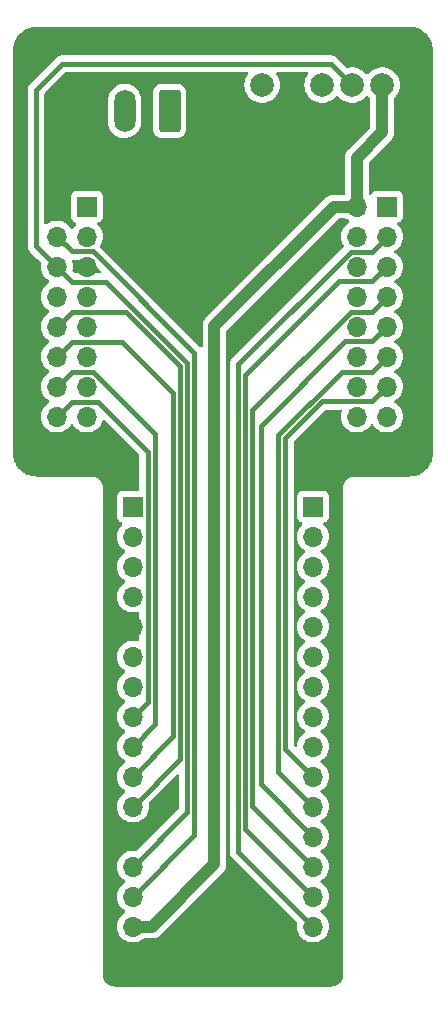
<source format=gbr>
%TF.GenerationSoftware,KiCad,Pcbnew,7.0.7-2.fc38*%
%TF.CreationDate,2024-02-23T01:30:42-08:00*%
%TF.ProjectId,SparrowBreadboardAdapter,53706172-726f-4774-9272-656164626f61,rev?*%
%TF.SameCoordinates,Original*%
%TF.FileFunction,Copper,L2,Bot*%
%TF.FilePolarity,Positive*%
%FSLAX46Y46*%
G04 Gerber Fmt 4.6, Leading zero omitted, Abs format (unit mm)*
G04 Created by KiCad (PCBNEW 7.0.7-2.fc38) date 2024-02-23 01:30:42*
%MOMM*%
%LPD*%
G01*
G04 APERTURE LIST*
G04 Aperture macros list*
%AMRoundRect*
0 Rectangle with rounded corners*
0 $1 Rounding radius*
0 $2 $3 $4 $5 $6 $7 $8 $9 X,Y pos of 4 corners*
0 Add a 4 corners polygon primitive as box body*
4,1,4,$2,$3,$4,$5,$6,$7,$8,$9,$2,$3,0*
0 Add four circle primitives for the rounded corners*
1,1,$1+$1,$2,$3*
1,1,$1+$1,$4,$5*
1,1,$1+$1,$6,$7*
1,1,$1+$1,$8,$9*
0 Add four rect primitives between the rounded corners*
20,1,$1+$1,$2,$3,$4,$5,0*
20,1,$1+$1,$4,$5,$6,$7,0*
20,1,$1+$1,$6,$7,$8,$9,0*
20,1,$1+$1,$8,$9,$2,$3,0*%
G04 Aperture macros list end*
%TA.AperFunction,ComponentPad*%
%ADD10C,2.000000*%
%TD*%
%TA.AperFunction,ComponentPad*%
%ADD11O,1.800000X3.600000*%
%TD*%
%TA.AperFunction,ComponentPad*%
%ADD12RoundRect,0.250000X0.650000X1.550000X-0.650000X1.550000X-0.650000X-1.550000X0.650000X-1.550000X0*%
%TD*%
%TA.AperFunction,ComponentPad*%
%ADD13R,1.700000X1.700000*%
%TD*%
%TA.AperFunction,ComponentPad*%
%ADD14O,1.700000X1.700000*%
%TD*%
%TA.AperFunction,ViaPad*%
%ADD15C,0.800000*%
%TD*%
%TA.AperFunction,Conductor*%
%ADD16C,1.000000*%
%TD*%
%TA.AperFunction,Conductor*%
%ADD17C,0.400000*%
%TD*%
G04 APERTURE END LIST*
D10*
%TO.P,J4,1,1*%
%TO.N,/SWDIO*%
X150639980Y-53200000D03*
%TO.P,J4,2,2*%
%TO.N,GND*%
X153179985Y-53200000D03*
%TO.P,J4,3,3*%
%TO.N,/SWCLK*%
X155719990Y-53200000D03*
%TO.P,J4,4,4*%
%TO.N,/~{RESET}*%
X158259995Y-53200000D03*
%TO.P,J4,5,5*%
%TO.N,+3V3*%
X160800000Y-53200000D03*
%TD*%
D11*
%TO.P,J3,3,Pin_3*%
%TO.N,GND*%
X135180000Y-55400000D03*
%TO.P,J3,2,Pin_2*%
%TO.N,/CAN+*%
X138990000Y-55400000D03*
D12*
%TO.P,J3,1,Pin_1*%
%TO.N,/CAN-*%
X142800000Y-55400000D03*
%TD*%
D13*
%TO.P,U1,1,CANL*%
%TO.N,/CAN-*%
X135790000Y-63500000D03*
D14*
%TO.P,U1,2,GND*%
%TO.N,GND*%
X133250000Y-63500000D03*
%TO.P,U1,3,CANH*%
%TO.N,/CAN+*%
X135790000Y-66040000D03*
%TO.P,U1,4,PA0*%
%TO.N,/PA0*%
X133250000Y-66040000D03*
%TO.P,U1,5,GND*%
%TO.N,GND*%
X135790000Y-68580000D03*
%TO.P,U1,6,~{RESET}*%
%TO.N,/~{RESET}*%
X133250000Y-68580000D03*
%TO.P,U1,7,SWDIO*%
%TO.N,/SWDIO*%
X135790000Y-71120000D03*
%TO.P,U1,8,SWCLK*%
%TO.N,/SWCLK*%
X133250000Y-71120000D03*
%TO.P,U1,9,PA15*%
%TO.N,/PA15*%
X135790000Y-73660000D03*
%TO.P,U1,10,PB3*%
%TO.N,/PB3*%
X133250000Y-73660000D03*
%TO.P,U1,11,PB4*%
%TO.N,/PB4*%
X135790000Y-76200000D03*
%TO.P,U1,12,PB5*%
%TO.N,/PB5*%
X133250000Y-76200000D03*
%TO.P,U1,13,PB6*%
%TO.N,/PB6*%
X135790000Y-78740000D03*
%TO.P,U1,14,PB7*%
%TO.N,/PB7*%
X133250000Y-78740000D03*
%TO.P,U1,15,PD0*%
%TO.N,/PD0*%
X135790000Y-81280000D03*
%TO.P,U1,16,PD1*%
%TO.N,/PD1*%
X133250000Y-81280000D03*
D13*
%TO.P,U1,17,PA8*%
%TO.N,/PA8*%
X161190000Y-63500000D03*
D14*
%TO.P,U1,18,3V_OUT*%
%TO.N,+3V3*%
X158650000Y-63500000D03*
%TO.P,U1,19,PA9*%
%TO.N,/PA9*%
X161190000Y-66040000D03*
%TO.P,U1,20,PA10*%
%TO.N,/PA10*%
X158650000Y-66040000D03*
%TO.P,U1,21,PB1*%
%TO.N,/PB1*%
X161190000Y-68580000D03*
%TO.P,U1,22,PB2*%
%TO.N,/PB2*%
X158650000Y-68580000D03*
%TO.P,U1,23,PA7*%
%TO.N,/PA7*%
X161190000Y-71120000D03*
%TO.P,U1,24,PB0*%
%TO.N,/PB0*%
X158650000Y-71120000D03*
%TO.P,U1,25,PA2*%
%TO.N,/PA2*%
X161190000Y-73660000D03*
%TO.P,U1,26,PA1*%
%TO.N,/PA1*%
X158650000Y-73660000D03*
%TO.P,U1,27,PA4*%
%TO.N,/PA4*%
X161190000Y-76200000D03*
%TO.P,U1,28,PA3*%
%TO.N,/PA3*%
X158650000Y-76200000D03*
%TO.P,U1,29,PA6*%
%TO.N,/PA6*%
X161190000Y-78740000D03*
%TO.P,U1,30,PA5*%
%TO.N,/PA5*%
X158650000Y-78740000D03*
%TO.P,U1,31,VDC*%
%TO.N,/VDC*%
X161190000Y-81280000D03*
%TO.P,U1,32,VDC*%
X158650000Y-81280000D03*
%TD*%
D13*
%TO.P,J2,1,Pin_1*%
%TO.N,/VDC*%
X154940000Y-88900000D03*
D14*
%TO.P,J2,2,Pin_2*%
X154940000Y-91440000D03*
%TO.P,J2,3,Pin_3*%
%TO.N,/PA5*%
X154940000Y-93980000D03*
%TO.P,J2,4,Pin_4*%
%TO.N,/PA3*%
X154940000Y-96520000D03*
%TO.P,J2,5,Pin_5*%
%TO.N,/PA1*%
X154940000Y-99060000D03*
%TO.P,J2,6,Pin_6*%
%TO.N,/PB0*%
X154940000Y-101600000D03*
%TO.P,J2,7,Pin_7*%
%TO.N,/PB2*%
X154940000Y-104140000D03*
%TO.P,J2,8,Pin_8*%
%TO.N,/PA10*%
X154940000Y-106680000D03*
%TO.P,J2,9,Pin_9*%
%TO.N,/PA8*%
X154940000Y-109220000D03*
%TO.P,J2,10,Pin_10*%
%TO.N,/PA6*%
X154940000Y-111760000D03*
%TO.P,J2,11,Pin_11*%
%TO.N,/PA4*%
X154940000Y-114300000D03*
%TO.P,J2,12,Pin_12*%
%TO.N,/PA2*%
X154940000Y-116840000D03*
%TO.P,J2,13,Pin_13*%
%TO.N,/PA7*%
X154940000Y-119380000D03*
%TO.P,J2,14,Pin_14*%
%TO.N,/PB1*%
X154940000Y-121920000D03*
%TO.P,J2,15,Pin_15*%
%TO.N,/PA9*%
X154940000Y-124460000D03*
%TO.P,J2,16,Pin_16*%
%TO.N,GND*%
X154940000Y-127000000D03*
%TD*%
D13*
%TO.P,J1,1,Pin_1*%
%TO.N,/PD0*%
X139700000Y-88900000D03*
D14*
%TO.P,J1,2,Pin_2*%
%TO.N,/PB6*%
X139700000Y-91440000D03*
%TO.P,J1,3,Pin_3*%
%TO.N,/PB4*%
X139700000Y-93980000D03*
%TO.P,J1,4,Pin_4*%
%TO.N,/PA15*%
X139700000Y-96520000D03*
%TO.P,J1,5,Pin_5*%
%TO.N,GND*%
X139700000Y-99060000D03*
%TO.P,J1,6,Pin_6*%
%TO.N,/CAN+*%
X139700000Y-101600000D03*
%TO.P,J1,7,Pin_7*%
%TO.N,/CAN-*%
X139700000Y-104140000D03*
%TO.P,J1,8,Pin_8*%
%TO.N,/PD1*%
X139700000Y-106680000D03*
%TO.P,J1,9,Pin_9*%
%TO.N,/PB7*%
X139700000Y-109220000D03*
%TO.P,J1,10,Pin_10*%
%TO.N,/PB5*%
X139700000Y-111760000D03*
%TO.P,J1,11,Pin_11*%
%TO.N,/PB3*%
X139700000Y-114300000D03*
%TO.P,J1,12,Pin_12*%
%TO.N,GND*%
X139700000Y-116840000D03*
%TO.P,J1,13,Pin_13*%
%TO.N,/~{RESET}*%
X139700000Y-119380000D03*
%TO.P,J1,14,Pin_14*%
%TO.N,/PA0*%
X139700000Y-121920000D03*
%TO.P,J1,15,Pin_15*%
%TO.N,+3V3*%
X139700000Y-124460000D03*
%TO.P,J1,16,Pin_16*%
%TO.N,GND*%
X139700000Y-127000000D03*
%TD*%
D15*
%TO.N,GND*%
X135500000Y-49500000D03*
X133500000Y-49500000D03*
X131500000Y-49500000D03*
X148400000Y-122200000D03*
X148400000Y-121200000D03*
X135000000Y-83800000D03*
X133800000Y-83800000D03*
X132600000Y-83800000D03*
X160200000Y-83800000D03*
X161200000Y-83800000D03*
X162200000Y-83800000D03*
X151200000Y-63000000D03*
X152400000Y-63000000D03*
X152400000Y-61800000D03*
X151200000Y-61800000D03*
X139600000Y-67200000D03*
X140800000Y-68400000D03*
X140800000Y-67200000D03*
X142000000Y-67200000D03*
X142000000Y-68400000D03*
X142000000Y-69600000D03*
%TD*%
D16*
%TO.N,+3V3*%
X139700000Y-124460000D02*
X141340000Y-124460000D01*
X141340000Y-124460000D02*
X146600000Y-119200000D01*
X156700000Y-63500000D02*
X158650000Y-63500000D01*
X146600000Y-119200000D02*
X146600000Y-73600000D01*
X146600000Y-73600000D02*
X156700000Y-63500000D01*
X160800000Y-53200000D02*
X160800000Y-57200000D01*
X160800000Y-57200000D02*
X158650000Y-59350000D01*
X158650000Y-59350000D02*
X158650000Y-63500000D01*
D17*
%TO.N,/~{RESET}*%
X158259995Y-53200000D02*
X156459995Y-51400000D01*
X156459995Y-51400000D02*
X133700000Y-51400000D01*
X131500000Y-53600000D02*
X131500000Y-66830000D01*
X133700000Y-51400000D02*
X131500000Y-53600000D01*
X131500000Y-66830000D02*
X133250000Y-68580000D01*
%TO.N,/PA9*%
X154940000Y-124460000D02*
X148600000Y-118120000D01*
X148600000Y-118120000D02*
X148600000Y-76862233D01*
X148600000Y-76862233D02*
X158132233Y-67330000D01*
X158132233Y-67330000D02*
X159900000Y-67330000D01*
X159900000Y-67330000D02*
X161190000Y-66040000D01*
%TO.N,/PB1*%
X161190000Y-68580000D02*
X159940000Y-69830000D01*
X159940000Y-69830000D02*
X157170000Y-69830000D01*
X149200000Y-116180000D02*
X154940000Y-121920000D01*
X157170000Y-69830000D02*
X149200000Y-77800000D01*
X149200000Y-77800000D02*
X149200000Y-116180000D01*
%TO.N,/PA7*%
X161190000Y-71120000D02*
X159900000Y-72410000D01*
X159900000Y-72410000D02*
X158132233Y-72410000D01*
X149800000Y-80742233D02*
X149800000Y-114240000D01*
X158132233Y-72410000D02*
X149800000Y-80742233D01*
X149800000Y-114240000D02*
X154940000Y-119380000D01*
%TO.N,/PA2*%
X161190000Y-73660000D02*
X159940000Y-74910000D01*
X150500000Y-82100000D02*
X150500000Y-112400000D01*
X159940000Y-74910000D02*
X157690000Y-74910000D01*
X157690000Y-74910000D02*
X150500000Y-82100000D01*
X150500000Y-112400000D02*
X154940000Y-116840000D01*
%TO.N,/PA4*%
X154940000Y-114300000D02*
X152000000Y-111360000D01*
X152000000Y-111360000D02*
X152000000Y-82851472D01*
X152000000Y-82851472D02*
X157361472Y-77490000D01*
X157361472Y-77490000D02*
X159900000Y-77490000D01*
X159900000Y-77490000D02*
X161190000Y-76200000D01*
%TO.N,/PA6*%
X161190000Y-78740000D02*
X159940000Y-79990000D01*
X159940000Y-79990000D02*
X155710000Y-79990000D01*
X155710000Y-79990000D02*
X152600000Y-83100000D01*
X152600000Y-83100000D02*
X152600000Y-109420000D01*
X152600000Y-109420000D02*
X154940000Y-111760000D01*
%TO.N,/PA0*%
X133250000Y-66040000D02*
X134500000Y-67290000D01*
X134500000Y-67290000D02*
X136290000Y-67290000D01*
X136290000Y-67290000D02*
X144900000Y-75900000D01*
X144900000Y-75900000D02*
X144900000Y-116720000D01*
X144900000Y-116720000D02*
X139700000Y-121920000D01*
%TO.N,/~{RESET}*%
X144300000Y-114780000D02*
X139700000Y-119380000D01*
X133250000Y-68580000D02*
X134540000Y-69870000D01*
X134540000Y-69870000D02*
X137418528Y-69870000D01*
X137418528Y-69870000D02*
X144300000Y-76751472D01*
X144300000Y-76751472D02*
X144300000Y-114780000D01*
%TO.N,/PB3*%
X133250000Y-73660000D02*
X134500000Y-72410000D01*
X134500000Y-72410000D02*
X139110000Y-72410000D01*
X139110000Y-72410000D02*
X143700000Y-77000000D01*
X143700000Y-77000000D02*
X143700000Y-110300000D01*
X143700000Y-110300000D02*
X139700000Y-114300000D01*
%TO.N,/PB5*%
X133250000Y-76200000D02*
X134500000Y-74950000D01*
X134500000Y-74950000D02*
X138750000Y-74950000D01*
X138750000Y-74950000D02*
X143100000Y-79300000D01*
X143100000Y-79300000D02*
X143100000Y-108360000D01*
X143100000Y-108360000D02*
X139700000Y-111760000D01*
%TO.N,/PB7*%
X133250000Y-78740000D02*
X134500000Y-77490000D01*
X134500000Y-77490000D02*
X136307767Y-77490000D01*
X136307767Y-77490000D02*
X141600000Y-82782233D01*
X141600000Y-82782233D02*
X141600000Y-107320000D01*
X141600000Y-107320000D02*
X139700000Y-109220000D01*
%TO.N,/PD1*%
X133250000Y-81280000D02*
X134500000Y-80030000D01*
X134500000Y-80030000D02*
X136730000Y-80030000D01*
X136730000Y-80030000D02*
X140950000Y-84250000D01*
X140950000Y-84250000D02*
X140950000Y-105430000D01*
X140950000Y-105430000D02*
X139700000Y-106680000D01*
%TD*%
%TA.AperFunction,Conductor*%
%TO.N,GND*%
G36*
X149403870Y-52120185D02*
G01*
X149449625Y-52172989D01*
X149459569Y-52242147D01*
X149440640Y-52292321D01*
X149315806Y-52483393D01*
X149215916Y-52711118D01*
X149154872Y-52952175D01*
X149154870Y-52952187D01*
X149134337Y-53199994D01*
X149134337Y-53200005D01*
X149154870Y-53447812D01*
X149154872Y-53447824D01*
X149215916Y-53688881D01*
X149315806Y-53916606D01*
X149451813Y-54124782D01*
X149451816Y-54124785D01*
X149620236Y-54307738D01*
X149816471Y-54460474D01*
X150035170Y-54578828D01*
X150270366Y-54659571D01*
X150515645Y-54700500D01*
X150764315Y-54700500D01*
X151009594Y-54659571D01*
X151244790Y-54578828D01*
X151463489Y-54460474D01*
X151659724Y-54307738D01*
X151828144Y-54124785D01*
X151964153Y-53916607D01*
X152064043Y-53688881D01*
X152125088Y-53447821D01*
X152126471Y-53431128D01*
X152145623Y-53200005D01*
X152145623Y-53199994D01*
X152125089Y-52952187D01*
X152125087Y-52952175D01*
X152064043Y-52711118D01*
X151964153Y-52483393D01*
X151839320Y-52292321D01*
X151819133Y-52225432D01*
X151838313Y-52158246D01*
X151890771Y-52112096D01*
X151943129Y-52100500D01*
X154416841Y-52100500D01*
X154483880Y-52120185D01*
X154529635Y-52172989D01*
X154539579Y-52242147D01*
X154520650Y-52292321D01*
X154395816Y-52483393D01*
X154295926Y-52711118D01*
X154234882Y-52952175D01*
X154234880Y-52952187D01*
X154214347Y-53199994D01*
X154214347Y-53200005D01*
X154234880Y-53447812D01*
X154234882Y-53447824D01*
X154295926Y-53688881D01*
X154395816Y-53916606D01*
X154531823Y-54124782D01*
X154531826Y-54124785D01*
X154700246Y-54307738D01*
X154896481Y-54460474D01*
X155115180Y-54578828D01*
X155350376Y-54659571D01*
X155595655Y-54700500D01*
X155844325Y-54700500D01*
X156089604Y-54659571D01*
X156324800Y-54578828D01*
X156543499Y-54460474D01*
X156739734Y-54307738D01*
X156898764Y-54134984D01*
X156958649Y-54098996D01*
X157028487Y-54101096D01*
X157081221Y-54134985D01*
X157240251Y-54307738D01*
X157436486Y-54460474D01*
X157655185Y-54578828D01*
X157890381Y-54659571D01*
X158135660Y-54700500D01*
X158384330Y-54700500D01*
X158629609Y-54659571D01*
X158864805Y-54578828D01*
X159083504Y-54460474D01*
X159279739Y-54307738D01*
X159438769Y-54134984D01*
X159498654Y-54098996D01*
X159568492Y-54101096D01*
X159621226Y-54134985D01*
X159766730Y-54293045D01*
X159797652Y-54355698D01*
X159799500Y-54377027D01*
X159799500Y-56734216D01*
X159779815Y-56801255D01*
X159763181Y-56821897D01*
X157951531Y-58633547D01*
X157886946Y-58694942D01*
X157851899Y-58745294D01*
X157849062Y-58749056D01*
X157810302Y-58796592D01*
X157810299Y-58796597D01*
X157794392Y-58827047D01*
X157790324Y-58833761D01*
X157770702Y-58861954D01*
X157746509Y-58918330D01*
X157744488Y-58922584D01*
X157716091Y-58976951D01*
X157716090Y-58976952D01*
X157706640Y-59009975D01*
X157704007Y-59017371D01*
X157690459Y-59048943D01*
X157678113Y-59109019D01*
X157676990Y-59113595D01*
X157660113Y-59172577D01*
X157660113Y-59172579D01*
X157657503Y-59206841D01*
X157656414Y-59214608D01*
X157650980Y-59241052D01*
X157649500Y-59248258D01*
X157649500Y-59309597D01*
X157649321Y-59314306D01*
X157644662Y-59375474D01*
X157646707Y-59391527D01*
X157649003Y-59409560D01*
X157649500Y-59417388D01*
X157649500Y-62375500D01*
X157629815Y-62442539D01*
X157577011Y-62488294D01*
X157525500Y-62499500D01*
X156712717Y-62499500D01*
X156623637Y-62497243D01*
X156623628Y-62497243D01*
X156570636Y-62506741D01*
X156563254Y-62508064D01*
X156558595Y-62508718D01*
X156497564Y-62514925D01*
X156497562Y-62514926D01*
X156464780Y-62525210D01*
X156457156Y-62527081D01*
X156449308Y-62528488D01*
X156423349Y-62533141D01*
X156366381Y-62555895D01*
X156361945Y-62557474D01*
X156303414Y-62575840D01*
X156303410Y-62575842D01*
X156273378Y-62592510D01*
X156266284Y-62595879D01*
X156234382Y-62608623D01*
X156234377Y-62608625D01*
X156183156Y-62642381D01*
X156179128Y-62644822D01*
X156125501Y-62674588D01*
X156099434Y-62696965D01*
X156093165Y-62701692D01*
X156064484Y-62720595D01*
X156064478Y-62720600D01*
X156021109Y-62763968D01*
X156017655Y-62767169D01*
X155971102Y-62807136D01*
X155950076Y-62834298D01*
X155944885Y-62840192D01*
X145901532Y-72883546D01*
X145836946Y-72944942D01*
X145801899Y-72995294D01*
X145799062Y-72999056D01*
X145760302Y-73046592D01*
X145760299Y-73046597D01*
X145744392Y-73077047D01*
X145740324Y-73083761D01*
X145720702Y-73111954D01*
X145696509Y-73168330D01*
X145694488Y-73172584D01*
X145666091Y-73226951D01*
X145666090Y-73226952D01*
X145656640Y-73259975D01*
X145654007Y-73267371D01*
X145640459Y-73298943D01*
X145628113Y-73359019D01*
X145626990Y-73363595D01*
X145610113Y-73422577D01*
X145610113Y-73422579D01*
X145607503Y-73456841D01*
X145606414Y-73464608D01*
X145600980Y-73491052D01*
X145599500Y-73498258D01*
X145599500Y-73559597D01*
X145599321Y-73564306D01*
X145594662Y-73625474D01*
X145596707Y-73641527D01*
X145599003Y-73659560D01*
X145599500Y-73667388D01*
X145599500Y-75308328D01*
X145579815Y-75375367D01*
X145527011Y-75421122D01*
X145457853Y-75431066D01*
X145394297Y-75402041D01*
X145393275Y-75401145D01*
X145391078Y-75399199D01*
X145381749Y-75390934D01*
X145379040Y-75388383D01*
X136932363Y-66941706D01*
X136898878Y-66880383D01*
X136903862Y-66810691D01*
X136918466Y-66782907D01*
X136964035Y-66717830D01*
X137063903Y-66503663D01*
X137125063Y-66275408D01*
X137145659Y-66040000D01*
X137125063Y-65804592D01*
X137063903Y-65576337D01*
X136964035Y-65362171D01*
X136958424Y-65354158D01*
X136828496Y-65168600D01*
X136828493Y-65168597D01*
X136706567Y-65046671D01*
X136673084Y-64985351D01*
X136678068Y-64915659D01*
X136719939Y-64859725D01*
X136750915Y-64842810D01*
X136882331Y-64793796D01*
X136997546Y-64707546D01*
X137083796Y-64592331D01*
X137134091Y-64457483D01*
X137140500Y-64397873D01*
X137140499Y-62602128D01*
X137134091Y-62542517D01*
X137130594Y-62533142D01*
X137083797Y-62407671D01*
X137083793Y-62407664D01*
X136997547Y-62292455D01*
X136997544Y-62292452D01*
X136882335Y-62206206D01*
X136882328Y-62206202D01*
X136747482Y-62155908D01*
X136747483Y-62155908D01*
X136687883Y-62149501D01*
X136687881Y-62149500D01*
X136687873Y-62149500D01*
X136687864Y-62149500D01*
X134892129Y-62149500D01*
X134892123Y-62149501D01*
X134832516Y-62155908D01*
X134697671Y-62206202D01*
X134697664Y-62206206D01*
X134582455Y-62292452D01*
X134582452Y-62292455D01*
X134496206Y-62407664D01*
X134496202Y-62407671D01*
X134445908Y-62542517D01*
X134439501Y-62602116D01*
X134439501Y-62602123D01*
X134439500Y-62602135D01*
X134439500Y-64397870D01*
X134439501Y-64397876D01*
X134445908Y-64457483D01*
X134496202Y-64592328D01*
X134496206Y-64592335D01*
X134582452Y-64707544D01*
X134582455Y-64707547D01*
X134697664Y-64793793D01*
X134697671Y-64793797D01*
X134829081Y-64842810D01*
X134885015Y-64884681D01*
X134909432Y-64950145D01*
X134894580Y-65018418D01*
X134873430Y-65046673D01*
X134751503Y-65168600D01*
X134621575Y-65354158D01*
X134566998Y-65397783D01*
X134497500Y-65404977D01*
X134435145Y-65373454D01*
X134418425Y-65354158D01*
X134288494Y-65168597D01*
X134121402Y-65001506D01*
X134121395Y-65001501D01*
X134111969Y-64994901D01*
X134082521Y-64974281D01*
X133927834Y-64865967D01*
X133927830Y-64865965D01*
X133914448Y-64859725D01*
X133713663Y-64766097D01*
X133713659Y-64766096D01*
X133713655Y-64766094D01*
X133485413Y-64704938D01*
X133485403Y-64704936D01*
X133250001Y-64684341D01*
X133249999Y-64684341D01*
X133014596Y-64704936D01*
X133014586Y-64704938D01*
X132786344Y-64766094D01*
X132786335Y-64766098D01*
X132572171Y-64865964D01*
X132572169Y-64865965D01*
X132395623Y-64989584D01*
X132329417Y-65011911D01*
X132261650Y-64994901D01*
X132213837Y-64943953D01*
X132200500Y-64888009D01*
X132200500Y-56359502D01*
X137589500Y-56359502D01*
X137604652Y-56537536D01*
X137664724Y-56768248D01*
X137762919Y-56985480D01*
X137762924Y-56985488D01*
X137896413Y-57182993D01*
X137896418Y-57182998D01*
X137896421Y-57183003D01*
X138061379Y-57355118D01*
X138253053Y-57496879D01*
X138465926Y-57604207D01*
X138693877Y-57674016D01*
X138930346Y-57704298D01*
X139168532Y-57694180D01*
X139401581Y-57643954D01*
X139622790Y-57555064D01*
X139825795Y-57430069D01*
X140004755Y-57272564D01*
X140154523Y-57087080D01*
X140203169Y-57000001D01*
X141399500Y-57000001D01*
X141399501Y-57000018D01*
X141410000Y-57102796D01*
X141410001Y-57102799D01*
X141465185Y-57269331D01*
X141465186Y-57269334D01*
X141557288Y-57418656D01*
X141681344Y-57542712D01*
X141830666Y-57634814D01*
X141997203Y-57689999D01*
X142099991Y-57700500D01*
X143500008Y-57700499D01*
X143602797Y-57689999D01*
X143769334Y-57634814D01*
X143918656Y-57542712D01*
X144042712Y-57418656D01*
X144134814Y-57269334D01*
X144189999Y-57102797D01*
X144200500Y-57000009D01*
X144200499Y-53799992D01*
X144189999Y-53697203D01*
X144134814Y-53530666D01*
X144042712Y-53381344D01*
X143918656Y-53257288D01*
X143803280Y-53186124D01*
X143769336Y-53165187D01*
X143769331Y-53165185D01*
X143741748Y-53156045D01*
X143602797Y-53110001D01*
X143602795Y-53110000D01*
X143500010Y-53099500D01*
X142099998Y-53099500D01*
X142099981Y-53099501D01*
X141997203Y-53110000D01*
X141997200Y-53110001D01*
X141830668Y-53165185D01*
X141830663Y-53165187D01*
X141681342Y-53257289D01*
X141557289Y-53381342D01*
X141465187Y-53530663D01*
X141465185Y-53530666D01*
X141465186Y-53530666D01*
X141410001Y-53697203D01*
X141410001Y-53697204D01*
X141410000Y-53697204D01*
X141399500Y-53799983D01*
X141399500Y-57000001D01*
X140203169Y-57000001D01*
X140270790Y-56878954D01*
X140350211Y-56654171D01*
X140370210Y-56537536D01*
X140390499Y-56419209D01*
X140390500Y-56419198D01*
X140390500Y-54440498D01*
X140375347Y-54262463D01*
X140315275Y-54031751D01*
X140217080Y-53814519D01*
X140217075Y-53814511D01*
X140083586Y-53617006D01*
X140083582Y-53617001D01*
X140083579Y-53616997D01*
X139918621Y-53444882D01*
X139900024Y-53431128D01*
X139832709Y-53381342D01*
X139726947Y-53303121D01*
X139514074Y-53195793D01*
X139384283Y-53156045D01*
X139286121Y-53125983D01*
X139049647Y-53095701D01*
X138811471Y-53105819D01*
X138811467Y-53105819D01*
X138578419Y-53156045D01*
X138357211Y-53244935D01*
X138154203Y-53369932D01*
X137975245Y-53527435D01*
X137902929Y-53616997D01*
X137825477Y-53712920D01*
X137825475Y-53712922D01*
X137825476Y-53712922D01*
X137709210Y-53921044D01*
X137629788Y-54145829D01*
X137589500Y-54380790D01*
X137589500Y-56359502D01*
X132200500Y-56359502D01*
X132200500Y-53941518D01*
X132220185Y-53874479D01*
X132236819Y-53853837D01*
X133953838Y-52136819D01*
X134015161Y-52103334D01*
X134041519Y-52100500D01*
X149336831Y-52100500D01*
X149403870Y-52120185D01*
G37*
%TD.AperFunction*%
%TA.AperFunction,Conductor*%
G36*
X136015520Y-68010185D02*
G01*
X136036162Y-68026819D01*
X136967162Y-68957819D01*
X137000647Y-69019142D01*
X136995663Y-69088834D01*
X136953791Y-69144767D01*
X136888327Y-69169184D01*
X136879481Y-69169500D01*
X134881518Y-69169500D01*
X134814479Y-69149815D01*
X134793837Y-69133181D01*
X134704311Y-69043655D01*
X134612650Y-68951993D01*
X134579166Y-68890672D01*
X134580557Y-68832221D01*
X134585063Y-68815408D01*
X134605659Y-68580000D01*
X134585063Y-68344592D01*
X134532009Y-68146593D01*
X134533673Y-68076743D01*
X134572836Y-68018881D01*
X134637064Y-67991377D01*
X134651785Y-67990500D01*
X135948481Y-67990500D01*
X136015520Y-68010185D01*
G37*
%TD.AperFunction*%
%TA.AperFunction,Conductor*%
G36*
X163102028Y-48260633D02*
G01*
X163108650Y-48261066D01*
X163183708Y-48265986D01*
X163365459Y-48278985D01*
X163373100Y-48280015D01*
X163466738Y-48298641D01*
X163489420Y-48303153D01*
X163515023Y-48308722D01*
X163633666Y-48334531D01*
X163640383Y-48336395D01*
X163759437Y-48376809D01*
X163856671Y-48413076D01*
X163891741Y-48426157D01*
X163897499Y-48428643D01*
X164012952Y-48485578D01*
X164134906Y-48552170D01*
X164139634Y-48555032D01*
X164196571Y-48593076D01*
X164246652Y-48626539D01*
X164249361Y-48628456D01*
X164358642Y-48710263D01*
X164362346Y-48713266D01*
X164459517Y-48798482D01*
X164462471Y-48801250D01*
X164558748Y-48897527D01*
X164561522Y-48900488D01*
X164646727Y-48997646D01*
X164649741Y-49001363D01*
X164692900Y-49059018D01*
X164731541Y-49110636D01*
X164733459Y-49113346D01*
X164804962Y-49220357D01*
X164807828Y-49225091D01*
X164874421Y-49347047D01*
X164931355Y-49462499D01*
X164933841Y-49468257D01*
X164970212Y-49565768D01*
X164983196Y-49600578D01*
X165012831Y-49687881D01*
X165023597Y-49719596D01*
X165025472Y-49726352D01*
X165056846Y-49870579D01*
X165079980Y-49986880D01*
X165081015Y-49994560D01*
X165094017Y-50176350D01*
X165099367Y-50257966D01*
X165099500Y-50262023D01*
X165099500Y-84357975D01*
X165099367Y-84362032D01*
X165094017Y-84443648D01*
X165081015Y-84625438D01*
X165079980Y-84633118D01*
X165056846Y-84749420D01*
X165025472Y-84893646D01*
X165023597Y-84900401D01*
X164989297Y-85001448D01*
X164983208Y-85019388D01*
X164983195Y-85019425D01*
X164933841Y-85151741D01*
X164931355Y-85157499D01*
X164874421Y-85272952D01*
X164807828Y-85394907D01*
X164804961Y-85399641D01*
X164733459Y-85506652D01*
X164731541Y-85509362D01*
X164649748Y-85618626D01*
X164646727Y-85622352D01*
X164561522Y-85719510D01*
X164558748Y-85722471D01*
X164462471Y-85818748D01*
X164459510Y-85821522D01*
X164362352Y-85906727D01*
X164358626Y-85909748D01*
X164249362Y-85991541D01*
X164246652Y-85993459D01*
X164139641Y-86064961D01*
X164134907Y-86067828D01*
X164012952Y-86134421D01*
X163897499Y-86191355D01*
X163891741Y-86193841D01*
X163770956Y-86238893D01*
X163759418Y-86243197D01*
X163640401Y-86283597D01*
X163633646Y-86285472D01*
X163489420Y-86316846D01*
X163373118Y-86339980D01*
X163365438Y-86341015D01*
X163183648Y-86354017D01*
X163132582Y-86357364D01*
X163102025Y-86359367D01*
X163097976Y-86359500D01*
X158547096Y-86359500D01*
X158531519Y-86354926D01*
X158488111Y-86359201D01*
X158482031Y-86359500D01*
X158392463Y-86359500D01*
X158329352Y-86370628D01*
X158317550Y-86369311D01*
X158294368Y-86376344D01*
X158287131Y-86378073D01*
X158220062Y-86389898D01*
X158142407Y-86418163D01*
X158129355Y-86418992D01*
X158114133Y-86427129D01*
X158098092Y-86434292D01*
X158055558Y-86449773D01*
X158055550Y-86449777D01*
X157971024Y-86498579D01*
X157956686Y-86502057D01*
X157944818Y-86511797D01*
X157928158Y-86523327D01*
X157903949Y-86537304D01*
X157899509Y-86540414D01*
X157899246Y-86540039D01*
X157885444Y-86549368D01*
X157881918Y-86551252D01*
X157865339Y-86569700D01*
X157818606Y-86608914D01*
X157803590Y-86615485D01*
X157795017Y-86625932D01*
X157778874Y-86642253D01*
X157769836Y-86649836D01*
X157762253Y-86658874D01*
X157745932Y-86675017D01*
X157740904Y-86679143D01*
X157728914Y-86698606D01*
X157689700Y-86745339D01*
X157674824Y-86755235D01*
X157669368Y-86765444D01*
X157660039Y-86779246D01*
X157660414Y-86779509D01*
X157657304Y-86783949D01*
X157643327Y-86808158D01*
X157631797Y-86824818D01*
X157626096Y-86831763D01*
X157618579Y-86851024D01*
X157569777Y-86935550D01*
X157569773Y-86935558D01*
X157554292Y-86978092D01*
X157547129Y-86994133D01*
X157541678Y-87004329D01*
X157538163Y-87022407D01*
X157509898Y-87100062D01*
X157498073Y-87167131D01*
X157496344Y-87174368D01*
X157490831Y-87192541D01*
X157490628Y-87209352D01*
X157479500Y-87272463D01*
X157479500Y-87362030D01*
X157479201Y-87368110D01*
X157475637Y-87404297D01*
X157479500Y-87427096D01*
X157479500Y-128537289D01*
X157479264Y-128542697D01*
X157475523Y-128585445D01*
X157463082Y-128711760D01*
X157459454Y-128731699D01*
X157441601Y-128798330D01*
X157413318Y-128891563D01*
X157407040Y-128907971D01*
X157375614Y-128975367D01*
X157374101Y-128978393D01*
X157329236Y-129062327D01*
X157325341Y-129068667D01*
X157279015Y-129134828D01*
X157276154Y-129138600D01*
X157216895Y-129210808D01*
X157212806Y-129215320D01*
X157155320Y-129272806D01*
X157150808Y-129276895D01*
X157078600Y-129336154D01*
X157074828Y-129339015D01*
X157008667Y-129385341D01*
X157002327Y-129389236D01*
X156918393Y-129434101D01*
X156915367Y-129435614D01*
X156847971Y-129467040D01*
X156831563Y-129473318D01*
X156738330Y-129501601D01*
X156671699Y-129519454D01*
X156651760Y-129523082D01*
X156525445Y-129535523D01*
X156484789Y-129539080D01*
X156482696Y-129539264D01*
X156477290Y-129539500D01*
X138162710Y-129539500D01*
X138157303Y-129539264D01*
X138155015Y-129539063D01*
X138114554Y-129535523D01*
X137988238Y-129523082D01*
X137968299Y-129519454D01*
X137901665Y-129501600D01*
X137808438Y-129473320D01*
X137792027Y-129467041D01*
X137724624Y-129435609D01*
X137721600Y-129434097D01*
X137637666Y-129389234D01*
X137631331Y-129385342D01*
X137598983Y-129362692D01*
X137565172Y-129339016D01*
X137561401Y-129336155D01*
X137489190Y-129276895D01*
X137484688Y-129272815D01*
X137427182Y-129215309D01*
X137423103Y-129210808D01*
X137363843Y-129138597D01*
X137360982Y-129134826D01*
X137339948Y-129104789D01*
X137314650Y-129068659D01*
X137310764Y-129062332D01*
X137265901Y-128978398D01*
X137264389Y-128975374D01*
X137258046Y-128961772D01*
X137232952Y-128907959D01*
X137226680Y-128891563D01*
X137198398Y-128798330D01*
X137180541Y-128731685D01*
X137176918Y-128711771D01*
X137164482Y-128585519D01*
X137160735Y-128542695D01*
X137160500Y-128537293D01*
X137160500Y-87427095D01*
X137165073Y-87411520D01*
X137160799Y-87368120D01*
X137160500Y-87362040D01*
X137160500Y-87272472D01*
X137160500Y-87272468D01*
X137149371Y-87209352D01*
X137150687Y-87197552D01*
X137143657Y-87174379D01*
X137141928Y-87167140D01*
X137141926Y-87167131D01*
X137130101Y-87100062D01*
X137101836Y-87022407D01*
X137101007Y-87009359D01*
X137092874Y-86994143D01*
X137085709Y-86978098D01*
X137085707Y-86978092D01*
X137070225Y-86935555D01*
X137070222Y-86935550D01*
X137070221Y-86935547D01*
X137021421Y-86851025D01*
X137017942Y-86836688D01*
X137008206Y-86824824D01*
X136996675Y-86808163D01*
X136982692Y-86783945D01*
X136979586Y-86779509D01*
X136979961Y-86779245D01*
X136970627Y-86765438D01*
X136968745Y-86761918D01*
X136950297Y-86745337D01*
X136911085Y-86698606D01*
X136904513Y-86683590D01*
X136894070Y-86675020D01*
X136877744Y-86658872D01*
X136870163Y-86649837D01*
X136861125Y-86642253D01*
X136844977Y-86625928D01*
X136840853Y-86620903D01*
X136821393Y-86608914D01*
X136774661Y-86569702D01*
X136764762Y-86554824D01*
X136754560Y-86549371D01*
X136740754Y-86540038D01*
X136740491Y-86540414D01*
X136736057Y-86537310D01*
X136736055Y-86537308D01*
X136724174Y-86530448D01*
X136711838Y-86523326D01*
X136695173Y-86511792D01*
X136688232Y-86506096D01*
X136668974Y-86498578D01*
X136584449Y-86449777D01*
X136584448Y-86449776D01*
X136576230Y-86446785D01*
X136541900Y-86434289D01*
X136525862Y-86427128D01*
X136515669Y-86421679D01*
X136497592Y-86418162D01*
X136419940Y-86389899D01*
X136352866Y-86378072D01*
X136345629Y-86376343D01*
X136327463Y-86370832D01*
X136310646Y-86370628D01*
X136247536Y-86359500D01*
X136247532Y-86359500D01*
X136160099Y-86359500D01*
X136157968Y-86359500D01*
X136151888Y-86359201D01*
X136115701Y-86355637D01*
X136092903Y-86359500D01*
X131542024Y-86359500D01*
X131537974Y-86359367D01*
X131499954Y-86356875D01*
X131456350Y-86354017D01*
X131274560Y-86341015D01*
X131266880Y-86339980D01*
X131150579Y-86316846D01*
X131006352Y-86285472D01*
X130999596Y-86283597D01*
X130967881Y-86272831D01*
X130880578Y-86243196D01*
X130845768Y-86230212D01*
X130748257Y-86193841D01*
X130742499Y-86191355D01*
X130627047Y-86134421D01*
X130505091Y-86067828D01*
X130500357Y-86064962D01*
X130393349Y-85993461D01*
X130390639Y-85991543D01*
X130350592Y-85961564D01*
X130281353Y-85909732D01*
X130277646Y-85906727D01*
X130180492Y-85821526D01*
X130177549Y-85818769D01*
X130081228Y-85722448D01*
X130078469Y-85719502D01*
X130045450Y-85681851D01*
X129993265Y-85622345D01*
X129990271Y-85618652D01*
X129908454Y-85509358D01*
X129906537Y-85506649D01*
X129835036Y-85399641D01*
X129832170Y-85394906D01*
X129765578Y-85272952D01*
X129708643Y-85157499D01*
X129706157Y-85151741D01*
X129693076Y-85116671D01*
X129656805Y-85019425D01*
X129616395Y-84900383D01*
X129614531Y-84893666D01*
X129583153Y-84749420D01*
X129578641Y-84726738D01*
X129560015Y-84633100D01*
X129558985Y-84625459D01*
X129545988Y-84443743D01*
X129540631Y-84362007D01*
X129540499Y-84357994D01*
X129540499Y-66872601D01*
X130795641Y-66872601D01*
X130795642Y-66872607D01*
X130806821Y-66933612D01*
X130807384Y-66937313D01*
X130814859Y-66998870D01*
X130814860Y-66998874D01*
X130818451Y-67008343D01*
X130824474Y-67029946D01*
X130826304Y-67039930D01*
X130851759Y-67096490D01*
X130853189Y-67099941D01*
X130875182Y-67157930D01*
X130875183Y-67157931D01*
X130880936Y-67166266D01*
X130891961Y-67185813D01*
X130896120Y-67195055D01*
X130896124Y-67195060D01*
X130934371Y-67243878D01*
X130936591Y-67246896D01*
X130971812Y-67297924D01*
X130971816Y-67297928D01*
X130971817Y-67297929D01*
X131018250Y-67339064D01*
X131020941Y-67341598D01*
X131581512Y-67902169D01*
X131887348Y-68208005D01*
X131920833Y-68269328D01*
X131919442Y-68327778D01*
X131914939Y-68344584D01*
X131914936Y-68344597D01*
X131894341Y-68579999D01*
X131894341Y-68580000D01*
X131914936Y-68815403D01*
X131914938Y-68815413D01*
X131976094Y-69043655D01*
X131976096Y-69043659D01*
X131976097Y-69043663D01*
X131986633Y-69066257D01*
X132075965Y-69257830D01*
X132075967Y-69257834D01*
X132211501Y-69451395D01*
X132211506Y-69451402D01*
X132378597Y-69618493D01*
X132378603Y-69618498D01*
X132564158Y-69748425D01*
X132607783Y-69803002D01*
X132614977Y-69872500D01*
X132583454Y-69934855D01*
X132564158Y-69951575D01*
X132378597Y-70081505D01*
X132211505Y-70248597D01*
X132075965Y-70442169D01*
X132075964Y-70442171D01*
X131976098Y-70656335D01*
X131976094Y-70656344D01*
X131914938Y-70884586D01*
X131914936Y-70884596D01*
X131894341Y-71119999D01*
X131894341Y-71120000D01*
X131914936Y-71355403D01*
X131914938Y-71355413D01*
X131976094Y-71583655D01*
X131976096Y-71583659D01*
X131976097Y-71583663D01*
X131980000Y-71592032D01*
X132075965Y-71797830D01*
X132075967Y-71797834D01*
X132211501Y-71991395D01*
X132211506Y-71991402D01*
X132378597Y-72158493D01*
X132378603Y-72158498D01*
X132564158Y-72288425D01*
X132607783Y-72343002D01*
X132614977Y-72412500D01*
X132583454Y-72474855D01*
X132564158Y-72491575D01*
X132378597Y-72621505D01*
X132211505Y-72788597D01*
X132075965Y-72982169D01*
X132075964Y-72982171D01*
X131976098Y-73196335D01*
X131976094Y-73196344D01*
X131914938Y-73424586D01*
X131914936Y-73424596D01*
X131894341Y-73659999D01*
X131894341Y-73660000D01*
X131914936Y-73895403D01*
X131914938Y-73895413D01*
X131976094Y-74123655D01*
X131976096Y-74123659D01*
X131976097Y-74123663D01*
X132061179Y-74306122D01*
X132075965Y-74337830D01*
X132075967Y-74337834D01*
X132211501Y-74531395D01*
X132211506Y-74531402D01*
X132378597Y-74698493D01*
X132378603Y-74698498D01*
X132564158Y-74828425D01*
X132607783Y-74883002D01*
X132614977Y-74952500D01*
X132583454Y-75014855D01*
X132564158Y-75031575D01*
X132378597Y-75161505D01*
X132211505Y-75328597D01*
X132075965Y-75522169D01*
X132075964Y-75522171D01*
X131976098Y-75736335D01*
X131976094Y-75736344D01*
X131914938Y-75964586D01*
X131914936Y-75964596D01*
X131894341Y-76199999D01*
X131894341Y-76200000D01*
X131914936Y-76435403D01*
X131914938Y-76435413D01*
X131976094Y-76663655D01*
X131976096Y-76663659D01*
X131976097Y-76663663D01*
X132059809Y-76843184D01*
X132075965Y-76877830D01*
X132075967Y-76877834D01*
X132211501Y-77071395D01*
X132211506Y-77071402D01*
X132378597Y-77238493D01*
X132378603Y-77238498D01*
X132564158Y-77368425D01*
X132607783Y-77423002D01*
X132614977Y-77492500D01*
X132583454Y-77554855D01*
X132564158Y-77571575D01*
X132378597Y-77701505D01*
X132211505Y-77868597D01*
X132075965Y-78062169D01*
X132075964Y-78062171D01*
X131976098Y-78276335D01*
X131976094Y-78276344D01*
X131914938Y-78504586D01*
X131914936Y-78504596D01*
X131894341Y-78739999D01*
X131894341Y-78740000D01*
X131914936Y-78975403D01*
X131914938Y-78975413D01*
X131976094Y-79203655D01*
X131976096Y-79203659D01*
X131976097Y-79203663D01*
X132015715Y-79288623D01*
X132075965Y-79417830D01*
X132075967Y-79417834D01*
X132211501Y-79611395D01*
X132211506Y-79611402D01*
X132378597Y-79778493D01*
X132378603Y-79778498D01*
X132564158Y-79908425D01*
X132607783Y-79963002D01*
X132614977Y-80032500D01*
X132583454Y-80094855D01*
X132564158Y-80111575D01*
X132378597Y-80241505D01*
X132211505Y-80408597D01*
X132075965Y-80602169D01*
X132075964Y-80602171D01*
X131976098Y-80816335D01*
X131976094Y-80816344D01*
X131914938Y-81044586D01*
X131914936Y-81044596D01*
X131894341Y-81279999D01*
X131894341Y-81280000D01*
X131914936Y-81515403D01*
X131914938Y-81515413D01*
X131976094Y-81743655D01*
X131976096Y-81743659D01*
X131976097Y-81743663D01*
X131980000Y-81752032D01*
X132075965Y-81957830D01*
X132075967Y-81957834D01*
X132184281Y-82112521D01*
X132211505Y-82151401D01*
X132378599Y-82318495D01*
X132410997Y-82341180D01*
X132572165Y-82454032D01*
X132572167Y-82454033D01*
X132572170Y-82454035D01*
X132786337Y-82553903D01*
X133014592Y-82615063D01*
X133202918Y-82631539D01*
X133249999Y-82635659D01*
X133250000Y-82635659D01*
X133250001Y-82635659D01*
X133289234Y-82632226D01*
X133485408Y-82615063D01*
X133713663Y-82553903D01*
X133927830Y-82454035D01*
X134121401Y-82318495D01*
X134288495Y-82151401D01*
X134418424Y-81965842D01*
X134473002Y-81922217D01*
X134542500Y-81915023D01*
X134604855Y-81946546D01*
X134621575Y-81965842D01*
X134751500Y-82151395D01*
X134751505Y-82151401D01*
X134918599Y-82318495D01*
X134950997Y-82341180D01*
X135112165Y-82454032D01*
X135112167Y-82454033D01*
X135112170Y-82454035D01*
X135326337Y-82553903D01*
X135554592Y-82615063D01*
X135742918Y-82631539D01*
X135789999Y-82635659D01*
X135790000Y-82635659D01*
X135790001Y-82635659D01*
X135829234Y-82632226D01*
X136025408Y-82615063D01*
X136253663Y-82553903D01*
X136467830Y-82454035D01*
X136661401Y-82318495D01*
X136828495Y-82151401D01*
X136964035Y-81957830D01*
X137063903Y-81743663D01*
X137090542Y-81644242D01*
X137126906Y-81584583D01*
X137189753Y-81554053D01*
X137259129Y-81562347D01*
X137297998Y-81588655D01*
X140213181Y-84503838D01*
X140246666Y-84565161D01*
X140249500Y-84591519D01*
X140249500Y-87425500D01*
X140229815Y-87492539D01*
X140177011Y-87538294D01*
X140125500Y-87549500D01*
X138802129Y-87549500D01*
X138802123Y-87549501D01*
X138742516Y-87555908D01*
X138607671Y-87606202D01*
X138607664Y-87606206D01*
X138492455Y-87692452D01*
X138492452Y-87692455D01*
X138406206Y-87807664D01*
X138406202Y-87807671D01*
X138355908Y-87942517D01*
X138349501Y-88002116D01*
X138349501Y-88002123D01*
X138349500Y-88002135D01*
X138349500Y-89797870D01*
X138349501Y-89797876D01*
X138355908Y-89857483D01*
X138406202Y-89992328D01*
X138406206Y-89992335D01*
X138492452Y-90107544D01*
X138492455Y-90107547D01*
X138607664Y-90193793D01*
X138607671Y-90193797D01*
X138739081Y-90242810D01*
X138795015Y-90284681D01*
X138819432Y-90350145D01*
X138804580Y-90418418D01*
X138783430Y-90446673D01*
X138661503Y-90568600D01*
X138525965Y-90762169D01*
X138525964Y-90762171D01*
X138426098Y-90976335D01*
X138426094Y-90976344D01*
X138364938Y-91204586D01*
X138364936Y-91204596D01*
X138344341Y-91439999D01*
X138344341Y-91440000D01*
X138364936Y-91675403D01*
X138364938Y-91675413D01*
X138426094Y-91903655D01*
X138426096Y-91903659D01*
X138426097Y-91903663D01*
X138525965Y-92117829D01*
X138525965Y-92117830D01*
X138525967Y-92117834D01*
X138661501Y-92311395D01*
X138661506Y-92311402D01*
X138828597Y-92478493D01*
X138828603Y-92478498D01*
X139014158Y-92608425D01*
X139057783Y-92663002D01*
X139064977Y-92732500D01*
X139033454Y-92794855D01*
X139014158Y-92811575D01*
X138828597Y-92941505D01*
X138661505Y-93108597D01*
X138525965Y-93302169D01*
X138525964Y-93302171D01*
X138426098Y-93516335D01*
X138426094Y-93516344D01*
X138364938Y-93744586D01*
X138364936Y-93744596D01*
X138344341Y-93979999D01*
X138344341Y-93980000D01*
X138364936Y-94215403D01*
X138364938Y-94215413D01*
X138426094Y-94443655D01*
X138426096Y-94443659D01*
X138426097Y-94443663D01*
X138525964Y-94657830D01*
X138525965Y-94657830D01*
X138525967Y-94657834D01*
X138661501Y-94851395D01*
X138661506Y-94851402D01*
X138828597Y-95018493D01*
X138828603Y-95018498D01*
X139014158Y-95148425D01*
X139057783Y-95203002D01*
X139064977Y-95272500D01*
X139033454Y-95334855D01*
X139014158Y-95351575D01*
X138828597Y-95481505D01*
X138661505Y-95648597D01*
X138525965Y-95842169D01*
X138525964Y-95842171D01*
X138426098Y-96056335D01*
X138426094Y-96056344D01*
X138364938Y-96284586D01*
X138364936Y-96284596D01*
X138344341Y-96519999D01*
X138344341Y-96520000D01*
X138364936Y-96755403D01*
X138364938Y-96755413D01*
X138426094Y-96983655D01*
X138426096Y-96983659D01*
X138426097Y-96983663D01*
X138525965Y-97197830D01*
X138525967Y-97197834D01*
X138634281Y-97352521D01*
X138661505Y-97391401D01*
X138828599Y-97558495D01*
X138925384Y-97626265D01*
X139022165Y-97694032D01*
X139022167Y-97694033D01*
X139022170Y-97694035D01*
X139236337Y-97793903D01*
X139464592Y-97855063D01*
X139652918Y-97871539D01*
X139699999Y-97875659D01*
X139700000Y-97875659D01*
X139700001Y-97875659D01*
X139739234Y-97872226D01*
X139935408Y-97855063D01*
X140087200Y-97814391D01*
X140093407Y-97812728D01*
X140163257Y-97814391D01*
X140221119Y-97853554D01*
X140248623Y-97917782D01*
X140249500Y-97932503D01*
X140249500Y-100187496D01*
X140229815Y-100254535D01*
X140177011Y-100300290D01*
X140107853Y-100310234D01*
X140093408Y-100307271D01*
X139935416Y-100264939D01*
X139935412Y-100264938D01*
X139935408Y-100264937D01*
X139935406Y-100264936D01*
X139935403Y-100264936D01*
X139700001Y-100244341D01*
X139699999Y-100244341D01*
X139464596Y-100264936D01*
X139464586Y-100264938D01*
X139236344Y-100326094D01*
X139236335Y-100326098D01*
X139022171Y-100425964D01*
X139022169Y-100425965D01*
X138828597Y-100561505D01*
X138661505Y-100728597D01*
X138525965Y-100922169D01*
X138525964Y-100922171D01*
X138426098Y-101136335D01*
X138426094Y-101136344D01*
X138364938Y-101364586D01*
X138364936Y-101364596D01*
X138344341Y-101599999D01*
X138344341Y-101600000D01*
X138364936Y-101835403D01*
X138364938Y-101835413D01*
X138426094Y-102063655D01*
X138426096Y-102063659D01*
X138426097Y-102063663D01*
X138525965Y-102277829D01*
X138525965Y-102277830D01*
X138525967Y-102277834D01*
X138661501Y-102471395D01*
X138661506Y-102471402D01*
X138828597Y-102638493D01*
X138828603Y-102638498D01*
X139014158Y-102768425D01*
X139057783Y-102823002D01*
X139064977Y-102892500D01*
X139033454Y-102954855D01*
X139014158Y-102971575D01*
X138828597Y-103101505D01*
X138661505Y-103268597D01*
X138525965Y-103462169D01*
X138525964Y-103462171D01*
X138426098Y-103676335D01*
X138426094Y-103676344D01*
X138364938Y-103904586D01*
X138364936Y-103904596D01*
X138344341Y-104139999D01*
X138344341Y-104140000D01*
X138364936Y-104375403D01*
X138364938Y-104375413D01*
X138426094Y-104603655D01*
X138426096Y-104603659D01*
X138426097Y-104603663D01*
X138525964Y-104817830D01*
X138525965Y-104817830D01*
X138525967Y-104817834D01*
X138661501Y-105011395D01*
X138661506Y-105011402D01*
X138828597Y-105178493D01*
X138828603Y-105178498D01*
X139014158Y-105308425D01*
X139057783Y-105363002D01*
X139064977Y-105432500D01*
X139033454Y-105494855D01*
X139014158Y-105511575D01*
X138828597Y-105641505D01*
X138661505Y-105808597D01*
X138525965Y-106002169D01*
X138525964Y-106002171D01*
X138426098Y-106216335D01*
X138426094Y-106216344D01*
X138364938Y-106444586D01*
X138364936Y-106444596D01*
X138344341Y-106679999D01*
X138344341Y-106680000D01*
X138364936Y-106915403D01*
X138364938Y-106915413D01*
X138426094Y-107143655D01*
X138426096Y-107143659D01*
X138426097Y-107143663D01*
X138498453Y-107298831D01*
X138525965Y-107357830D01*
X138525967Y-107357834D01*
X138661501Y-107551395D01*
X138661506Y-107551402D01*
X138828597Y-107718493D01*
X138828603Y-107718498D01*
X139014158Y-107848425D01*
X139057783Y-107903002D01*
X139064977Y-107972500D01*
X139033454Y-108034855D01*
X139014158Y-108051575D01*
X138828597Y-108181505D01*
X138661505Y-108348597D01*
X138525965Y-108542169D01*
X138525964Y-108542171D01*
X138426098Y-108756335D01*
X138426094Y-108756344D01*
X138364938Y-108984586D01*
X138364936Y-108984596D01*
X138344341Y-109219999D01*
X138344341Y-109220000D01*
X138364936Y-109455403D01*
X138364938Y-109455413D01*
X138426094Y-109683655D01*
X138426096Y-109683659D01*
X138426097Y-109683663D01*
X138457272Y-109750518D01*
X138525965Y-109897830D01*
X138525967Y-109897834D01*
X138661501Y-110091395D01*
X138661506Y-110091402D01*
X138828597Y-110258493D01*
X138828603Y-110258498D01*
X139014158Y-110388425D01*
X139057783Y-110443002D01*
X139064977Y-110512500D01*
X139033454Y-110574855D01*
X139014158Y-110591575D01*
X138828597Y-110721505D01*
X138661505Y-110888597D01*
X138525965Y-111082169D01*
X138525964Y-111082171D01*
X138426098Y-111296335D01*
X138426094Y-111296344D01*
X138364938Y-111524586D01*
X138364936Y-111524596D01*
X138344341Y-111759999D01*
X138344341Y-111760000D01*
X138364936Y-111995403D01*
X138364938Y-111995413D01*
X138426094Y-112223655D01*
X138426096Y-112223659D01*
X138426097Y-112223663D01*
X138525965Y-112437830D01*
X138525967Y-112437834D01*
X138661501Y-112631395D01*
X138661506Y-112631402D01*
X138828597Y-112798493D01*
X138828603Y-112798498D01*
X139014158Y-112928425D01*
X139057783Y-112983002D01*
X139064977Y-113052500D01*
X139033454Y-113114855D01*
X139014158Y-113131575D01*
X138828597Y-113261505D01*
X138661505Y-113428597D01*
X138525965Y-113622169D01*
X138525964Y-113622171D01*
X138426098Y-113836335D01*
X138426094Y-113836344D01*
X138364938Y-114064586D01*
X138364936Y-114064596D01*
X138344341Y-114299999D01*
X138344341Y-114300000D01*
X138364936Y-114535403D01*
X138364938Y-114535413D01*
X138426094Y-114763655D01*
X138426096Y-114763659D01*
X138426097Y-114763663D01*
X138525964Y-114977830D01*
X138525965Y-114977830D01*
X138525967Y-114977834D01*
X138634281Y-115132521D01*
X138661505Y-115171401D01*
X138828599Y-115338495D01*
X138925384Y-115406264D01*
X139022165Y-115474032D01*
X139022167Y-115474033D01*
X139022170Y-115474035D01*
X139236337Y-115573903D01*
X139464592Y-115635063D01*
X139652918Y-115651539D01*
X139699999Y-115655659D01*
X139700000Y-115655659D01*
X139700001Y-115655659D01*
X139739234Y-115652226D01*
X139935408Y-115635063D01*
X140163663Y-115573903D01*
X140377830Y-115474035D01*
X140571401Y-115338495D01*
X140738495Y-115171401D01*
X140874035Y-114977830D01*
X140973903Y-114763663D01*
X141035063Y-114535408D01*
X141055659Y-114300000D01*
X141035063Y-114064592D01*
X141030558Y-114047778D01*
X141032219Y-113977932D01*
X141062649Y-113928006D01*
X143387821Y-111602834D01*
X143449142Y-111569351D01*
X143518834Y-111574335D01*
X143574767Y-111616207D01*
X143599184Y-111681671D01*
X143599500Y-111690517D01*
X143599500Y-114438480D01*
X143579815Y-114505519D01*
X143563181Y-114526161D01*
X140071994Y-118017347D01*
X140010671Y-118050832D01*
X139952225Y-118049442D01*
X139935410Y-118044937D01*
X139700001Y-118024341D01*
X139699999Y-118024341D01*
X139464596Y-118044936D01*
X139464586Y-118044938D01*
X139236344Y-118106094D01*
X139236335Y-118106098D01*
X139022171Y-118205964D01*
X139022169Y-118205965D01*
X138828597Y-118341505D01*
X138661505Y-118508597D01*
X138525965Y-118702169D01*
X138525964Y-118702171D01*
X138426098Y-118916335D01*
X138426094Y-118916344D01*
X138364938Y-119144586D01*
X138364936Y-119144596D01*
X138344341Y-119379999D01*
X138344341Y-119380000D01*
X138364936Y-119615403D01*
X138364938Y-119615413D01*
X138426094Y-119843655D01*
X138426096Y-119843659D01*
X138426097Y-119843663D01*
X138525964Y-120057830D01*
X138525965Y-120057830D01*
X138525967Y-120057834D01*
X138661501Y-120251395D01*
X138661506Y-120251402D01*
X138828597Y-120418493D01*
X138828603Y-120418498D01*
X139014158Y-120548425D01*
X139057783Y-120603002D01*
X139064977Y-120672500D01*
X139033454Y-120734855D01*
X139014158Y-120751575D01*
X138828597Y-120881505D01*
X138661505Y-121048597D01*
X138525965Y-121242169D01*
X138525964Y-121242171D01*
X138426098Y-121456335D01*
X138426094Y-121456344D01*
X138364938Y-121684586D01*
X138364936Y-121684596D01*
X138344341Y-121919999D01*
X138344341Y-121920000D01*
X138364936Y-122155403D01*
X138364938Y-122155413D01*
X138426094Y-122383655D01*
X138426096Y-122383659D01*
X138426097Y-122383663D01*
X138525965Y-122597829D01*
X138525965Y-122597830D01*
X138525967Y-122597834D01*
X138661501Y-122791395D01*
X138661506Y-122791402D01*
X138828597Y-122958493D01*
X138828603Y-122958498D01*
X139014158Y-123088425D01*
X139057783Y-123143002D01*
X139064977Y-123212500D01*
X139033454Y-123274855D01*
X139014158Y-123291575D01*
X138828597Y-123421505D01*
X138661505Y-123588597D01*
X138525965Y-123782169D01*
X138525964Y-123782171D01*
X138426098Y-123996335D01*
X138426094Y-123996344D01*
X138364938Y-124224586D01*
X138364936Y-124224596D01*
X138344341Y-124459999D01*
X138344341Y-124460000D01*
X138364936Y-124695403D01*
X138364938Y-124695413D01*
X138426094Y-124923655D01*
X138426096Y-124923659D01*
X138426097Y-124923663D01*
X138517562Y-125119810D01*
X138525965Y-125137830D01*
X138525967Y-125137834D01*
X138610319Y-125258300D01*
X138661505Y-125331401D01*
X138828599Y-125498495D01*
X138925384Y-125566264D01*
X139022165Y-125634032D01*
X139022167Y-125634033D01*
X139022170Y-125634035D01*
X139236337Y-125733903D01*
X139464592Y-125795063D01*
X139652918Y-125811539D01*
X139699999Y-125815659D01*
X139700000Y-125815659D01*
X139700001Y-125815659D01*
X139739234Y-125812226D01*
X139935408Y-125795063D01*
X140163663Y-125733903D01*
X140377830Y-125634035D01*
X140571401Y-125498495D01*
X140573077Y-125496819D01*
X140573995Y-125496317D01*
X140575544Y-125495018D01*
X140575805Y-125495329D01*
X140634400Y-125463334D01*
X140660758Y-125460500D01*
X141327284Y-125460500D01*
X141416358Y-125462757D01*
X141416358Y-125462756D01*
X141416363Y-125462757D01*
X141476753Y-125451932D01*
X141481412Y-125451280D01*
X141523607Y-125446988D01*
X141542438Y-125445074D01*
X141575227Y-125434786D01*
X141582840Y-125432918D01*
X141616653Y-125426858D01*
X141673621Y-125404101D01*
X141678053Y-125402524D01*
X141736588Y-125384159D01*
X141766627Y-125367484D01*
X141773708Y-125364122D01*
X141805617Y-125351377D01*
X141856854Y-125317608D01*
X141860851Y-125315187D01*
X141914502Y-125285409D01*
X141940568Y-125263030D01*
X141946843Y-125258300D01*
X141975519Y-125239402D01*
X142018917Y-125196002D01*
X142022336Y-125192834D01*
X142068895Y-125152866D01*
X142089931Y-125125688D01*
X142095101Y-125119818D01*
X147298487Y-119916433D01*
X147363053Y-119855059D01*
X147398097Y-119804709D01*
X147400924Y-119800957D01*
X147439698Y-119753407D01*
X147455607Y-119722948D01*
X147459667Y-119716248D01*
X147479295Y-119688049D01*
X147503492Y-119631660D01*
X147505498Y-119627435D01*
X147533909Y-119573049D01*
X147543357Y-119540022D01*
X147545988Y-119532633D01*
X147559540Y-119501058D01*
X147571895Y-119440930D01*
X147572999Y-119436429D01*
X147589886Y-119377418D01*
X147592494Y-119343157D01*
X147593585Y-119335389D01*
X147600500Y-119301743D01*
X147600500Y-119240398D01*
X147600679Y-119235688D01*
X147605337Y-119174524D01*
X147601525Y-119144589D01*
X147600997Y-119140442D01*
X147600500Y-119132603D01*
X147600500Y-74065782D01*
X147620185Y-73998743D01*
X147636819Y-73978101D01*
X157078101Y-64536819D01*
X157139424Y-64503334D01*
X157165782Y-64500500D01*
X157689242Y-64500500D01*
X157756281Y-64520185D01*
X157776923Y-64536819D01*
X157778597Y-64538493D01*
X157778603Y-64538498D01*
X157964158Y-64668425D01*
X158007783Y-64723002D01*
X158014977Y-64792500D01*
X157983454Y-64854855D01*
X157964158Y-64871575D01*
X157778597Y-65001505D01*
X157611505Y-65168597D01*
X157475965Y-65362169D01*
X157475964Y-65362171D01*
X157376098Y-65576335D01*
X157376094Y-65576344D01*
X157314938Y-65804586D01*
X157314936Y-65804596D01*
X157294341Y-66039999D01*
X157294341Y-66040000D01*
X157314936Y-66275403D01*
X157314938Y-66275413D01*
X157376094Y-66503655D01*
X157376096Y-66503659D01*
X157376097Y-66503663D01*
X157475964Y-66717829D01*
X157475965Y-66717830D01*
X157475967Y-66717834D01*
X157530685Y-66795979D01*
X157553012Y-66862185D01*
X157536002Y-66929952D01*
X157516791Y-66954783D01*
X148120966Y-76350608D01*
X148118240Y-76353175D01*
X148071818Y-76394301D01*
X148036586Y-76445342D01*
X148034368Y-76448357D01*
X147996124Y-76497172D01*
X147996119Y-76497181D01*
X147991960Y-76506421D01*
X147980942Y-76525956D01*
X147975187Y-76534294D01*
X147975183Y-76534300D01*
X147975182Y-76534303D01*
X147975180Y-76534307D01*
X147975179Y-76534310D01*
X147953189Y-76592288D01*
X147951757Y-76595746D01*
X147926305Y-76652301D01*
X147924477Y-76662275D01*
X147918453Y-76683886D01*
X147914860Y-76693360D01*
X147914859Y-76693361D01*
X147907384Y-76754918D01*
X147906821Y-76758619D01*
X147895642Y-76819623D01*
X147895642Y-76819628D01*
X147899387Y-76881535D01*
X147899500Y-76885280D01*
X147899500Y-118096951D01*
X147899387Y-118100696D01*
X147895642Y-118162603D01*
X147895642Y-118162605D01*
X147906821Y-118223612D01*
X147907384Y-118227313D01*
X147914859Y-118288870D01*
X147914860Y-118288874D01*
X147918451Y-118298343D01*
X147924474Y-118319946D01*
X147926304Y-118329930D01*
X147951759Y-118386490D01*
X147953189Y-118389941D01*
X147975182Y-118447930D01*
X147975183Y-118447931D01*
X147980936Y-118456266D01*
X147991961Y-118475813D01*
X147996120Y-118485055D01*
X147996124Y-118485060D01*
X148034371Y-118533878D01*
X148036591Y-118536896D01*
X148071812Y-118587924D01*
X148071816Y-118587928D01*
X148071817Y-118587929D01*
X148118250Y-118629064D01*
X148120941Y-118631598D01*
X150945678Y-121456335D01*
X153577348Y-124088005D01*
X153610833Y-124149328D01*
X153609442Y-124207778D01*
X153604939Y-124224584D01*
X153604936Y-124224597D01*
X153584341Y-124459999D01*
X153584341Y-124460000D01*
X153604936Y-124695403D01*
X153604938Y-124695413D01*
X153666094Y-124923655D01*
X153666096Y-124923659D01*
X153666097Y-124923663D01*
X153757562Y-125119810D01*
X153765965Y-125137830D01*
X153765967Y-125137834D01*
X153850319Y-125258300D01*
X153901505Y-125331401D01*
X154068599Y-125498495D01*
X154165384Y-125566264D01*
X154262165Y-125634032D01*
X154262167Y-125634033D01*
X154262170Y-125634035D01*
X154476337Y-125733903D01*
X154704592Y-125795063D01*
X154892918Y-125811539D01*
X154939999Y-125815659D01*
X154940000Y-125815659D01*
X154940001Y-125815659D01*
X154979234Y-125812226D01*
X155175408Y-125795063D01*
X155403663Y-125733903D01*
X155617830Y-125634035D01*
X155811401Y-125498495D01*
X155978495Y-125331401D01*
X156114035Y-125137830D01*
X156213903Y-124923663D01*
X156275063Y-124695408D01*
X156295659Y-124460000D01*
X156275063Y-124224592D01*
X156213903Y-123996337D01*
X156114035Y-123782171D01*
X155978495Y-123588599D01*
X155978494Y-123588597D01*
X155811402Y-123421506D01*
X155811401Y-123421505D01*
X155625842Y-123291575D01*
X155625841Y-123291574D01*
X155582216Y-123236997D01*
X155575024Y-123167498D01*
X155606546Y-123105144D01*
X155625836Y-123088428D01*
X155811401Y-122958495D01*
X155978495Y-122791401D01*
X156114035Y-122597830D01*
X156213903Y-122383663D01*
X156275063Y-122155408D01*
X156295659Y-121920000D01*
X156275063Y-121684592D01*
X156213903Y-121456337D01*
X156114035Y-121242171D01*
X155978495Y-121048599D01*
X155978494Y-121048597D01*
X155811402Y-120881506D01*
X155811396Y-120881501D01*
X155625842Y-120751575D01*
X155582217Y-120696998D01*
X155575023Y-120627500D01*
X155606546Y-120565145D01*
X155625842Y-120548425D01*
X155648026Y-120532891D01*
X155811401Y-120418495D01*
X155978495Y-120251401D01*
X156114035Y-120057830D01*
X156213903Y-119843663D01*
X156275063Y-119615408D01*
X156295659Y-119380000D01*
X156275063Y-119144592D01*
X156213903Y-118916337D01*
X156114035Y-118702171D01*
X156064632Y-118631615D01*
X155978494Y-118508597D01*
X155811402Y-118341506D01*
X155811401Y-118341505D01*
X155643033Y-118223612D01*
X155625841Y-118211574D01*
X155582216Y-118156997D01*
X155575024Y-118087498D01*
X155606546Y-118025144D01*
X155625836Y-118008428D01*
X155811401Y-117878495D01*
X155978495Y-117711401D01*
X156114035Y-117517830D01*
X156213903Y-117303663D01*
X156275063Y-117075408D01*
X156295659Y-116840000D01*
X156275063Y-116604592D01*
X156213903Y-116376337D01*
X156114035Y-116162171D01*
X156067848Y-116096208D01*
X155978494Y-115968597D01*
X155811402Y-115801506D01*
X155811396Y-115801501D01*
X155625842Y-115671575D01*
X155582217Y-115616998D01*
X155575023Y-115547500D01*
X155606546Y-115485145D01*
X155625842Y-115468425D01*
X155648026Y-115452891D01*
X155811401Y-115338495D01*
X155978495Y-115171401D01*
X156114035Y-114977830D01*
X156213903Y-114763663D01*
X156275063Y-114535408D01*
X156295659Y-114300000D01*
X156275063Y-114064592D01*
X156213903Y-113836337D01*
X156114035Y-113622171D01*
X156096275Y-113596806D01*
X155978494Y-113428597D01*
X155811402Y-113261506D01*
X155811401Y-113261505D01*
X155625842Y-113131575D01*
X155625841Y-113131574D01*
X155582216Y-113076997D01*
X155575024Y-113007498D01*
X155606546Y-112945144D01*
X155625836Y-112928428D01*
X155811401Y-112798495D01*
X155978495Y-112631401D01*
X156114035Y-112437830D01*
X156213903Y-112223663D01*
X156275063Y-111995408D01*
X156295659Y-111760000D01*
X156275063Y-111524592D01*
X156213903Y-111296337D01*
X156114035Y-111082171D01*
X156087895Y-111044838D01*
X155978494Y-110888597D01*
X155811402Y-110721506D01*
X155811396Y-110721501D01*
X155625842Y-110591575D01*
X155582217Y-110536998D01*
X155575023Y-110467500D01*
X155606546Y-110405145D01*
X155625842Y-110388425D01*
X155648026Y-110372891D01*
X155811401Y-110258495D01*
X155978495Y-110091401D01*
X156114035Y-109897830D01*
X156213903Y-109683663D01*
X156275063Y-109455408D01*
X156295659Y-109220000D01*
X156275063Y-108984592D01*
X156213903Y-108756337D01*
X156114035Y-108542171D01*
X155978495Y-108348599D01*
X155978494Y-108348597D01*
X155811402Y-108181506D01*
X155811401Y-108181505D01*
X155625842Y-108051575D01*
X155625841Y-108051574D01*
X155582216Y-107996997D01*
X155575024Y-107927498D01*
X155606546Y-107865144D01*
X155625836Y-107848428D01*
X155811401Y-107718495D01*
X155978495Y-107551401D01*
X156114035Y-107357830D01*
X156213903Y-107143663D01*
X156275063Y-106915408D01*
X156295659Y-106680000D01*
X156275063Y-106444592D01*
X156213903Y-106216337D01*
X156114035Y-106002171D01*
X155978495Y-105808599D01*
X155978494Y-105808597D01*
X155811402Y-105641506D01*
X155811396Y-105641501D01*
X155625842Y-105511575D01*
X155582217Y-105456998D01*
X155575023Y-105387500D01*
X155606546Y-105325145D01*
X155625842Y-105308425D01*
X155648026Y-105292891D01*
X155811401Y-105178495D01*
X155978495Y-105011401D01*
X156114035Y-104817830D01*
X156213903Y-104603663D01*
X156275063Y-104375408D01*
X156295659Y-104140000D01*
X156275063Y-103904592D01*
X156213903Y-103676337D01*
X156114035Y-103462171D01*
X155978495Y-103268599D01*
X155978494Y-103268597D01*
X155811402Y-103101506D01*
X155811401Y-103101505D01*
X155625842Y-102971575D01*
X155625841Y-102971574D01*
X155582216Y-102916997D01*
X155575024Y-102847498D01*
X155606546Y-102785144D01*
X155625836Y-102768428D01*
X155811401Y-102638495D01*
X155978495Y-102471401D01*
X156114035Y-102277830D01*
X156213903Y-102063663D01*
X156275063Y-101835408D01*
X156295659Y-101600000D01*
X156275063Y-101364592D01*
X156213903Y-101136337D01*
X156114035Y-100922171D01*
X155978495Y-100728599D01*
X155978494Y-100728597D01*
X155811402Y-100561506D01*
X155811396Y-100561501D01*
X155625842Y-100431575D01*
X155582217Y-100376998D01*
X155575023Y-100307500D01*
X155606546Y-100245145D01*
X155625842Y-100228425D01*
X155648026Y-100212891D01*
X155811401Y-100098495D01*
X155978495Y-99931401D01*
X156114035Y-99737830D01*
X156213903Y-99523663D01*
X156275063Y-99295408D01*
X156295659Y-99060000D01*
X156275063Y-98824592D01*
X156213903Y-98596337D01*
X156114035Y-98382171D01*
X155978495Y-98188599D01*
X155978494Y-98188597D01*
X155811402Y-98021506D01*
X155811401Y-98021505D01*
X155684293Y-97932503D01*
X155625841Y-97891574D01*
X155582216Y-97836997D01*
X155575024Y-97767498D01*
X155606546Y-97705144D01*
X155625836Y-97688428D01*
X155811401Y-97558495D01*
X155978495Y-97391401D01*
X156114035Y-97197830D01*
X156213903Y-96983663D01*
X156275063Y-96755408D01*
X156295659Y-96520000D01*
X156275063Y-96284592D01*
X156213903Y-96056337D01*
X156114035Y-95842171D01*
X155978495Y-95648599D01*
X155978494Y-95648597D01*
X155811402Y-95481506D01*
X155811396Y-95481501D01*
X155625842Y-95351575D01*
X155582217Y-95296998D01*
X155575023Y-95227500D01*
X155606546Y-95165145D01*
X155625842Y-95148425D01*
X155648026Y-95132891D01*
X155811401Y-95018495D01*
X155978495Y-94851401D01*
X156114035Y-94657830D01*
X156213903Y-94443663D01*
X156275063Y-94215408D01*
X156295659Y-93980000D01*
X156275063Y-93744592D01*
X156213903Y-93516337D01*
X156114035Y-93302171D01*
X155978495Y-93108599D01*
X155978494Y-93108597D01*
X155811402Y-92941506D01*
X155811401Y-92941505D01*
X155625842Y-92811575D01*
X155625841Y-92811574D01*
X155582216Y-92756997D01*
X155575024Y-92687498D01*
X155606546Y-92625144D01*
X155625836Y-92608428D01*
X155811401Y-92478495D01*
X155978495Y-92311401D01*
X156114035Y-92117830D01*
X156213903Y-91903663D01*
X156275063Y-91675408D01*
X156295659Y-91440000D01*
X156275063Y-91204592D01*
X156213903Y-90976337D01*
X156114035Y-90762171D01*
X155978495Y-90568599D01*
X155856567Y-90446671D01*
X155823084Y-90385351D01*
X155828068Y-90315659D01*
X155869939Y-90259725D01*
X155900915Y-90242810D01*
X156032331Y-90193796D01*
X156147546Y-90107546D01*
X156233796Y-89992331D01*
X156284091Y-89857483D01*
X156290500Y-89797873D01*
X156290499Y-88002128D01*
X156284091Y-87942517D01*
X156233796Y-87807669D01*
X156233795Y-87807668D01*
X156233793Y-87807664D01*
X156147547Y-87692455D01*
X156147544Y-87692452D01*
X156032335Y-87606206D01*
X156032328Y-87606202D01*
X155897482Y-87555908D01*
X155897483Y-87555908D01*
X155837883Y-87549501D01*
X155837881Y-87549500D01*
X155837873Y-87549500D01*
X155837864Y-87549500D01*
X154042129Y-87549500D01*
X154042123Y-87549501D01*
X153982516Y-87555908D01*
X153847671Y-87606202D01*
X153847664Y-87606206D01*
X153732455Y-87692452D01*
X153732452Y-87692455D01*
X153646206Y-87807664D01*
X153646202Y-87807671D01*
X153595908Y-87942517D01*
X153589501Y-88002116D01*
X153589501Y-88002123D01*
X153589500Y-88002135D01*
X153589500Y-89797870D01*
X153589501Y-89797876D01*
X153595908Y-89857483D01*
X153646202Y-89992328D01*
X153646206Y-89992335D01*
X153732452Y-90107544D01*
X153732455Y-90107547D01*
X153847664Y-90193793D01*
X153847671Y-90193797D01*
X153979081Y-90242810D01*
X154035015Y-90284681D01*
X154059432Y-90350145D01*
X154044580Y-90418418D01*
X154023430Y-90446673D01*
X153901503Y-90568600D01*
X153765965Y-90762169D01*
X153765964Y-90762171D01*
X153666098Y-90976335D01*
X153666094Y-90976344D01*
X153604938Y-91204586D01*
X153604936Y-91204596D01*
X153584341Y-91439999D01*
X153584341Y-91440000D01*
X153604936Y-91675403D01*
X153604938Y-91675413D01*
X153666094Y-91903655D01*
X153666096Y-91903659D01*
X153666097Y-91903663D01*
X153765964Y-92117830D01*
X153765965Y-92117830D01*
X153765967Y-92117834D01*
X153901501Y-92311395D01*
X153901506Y-92311402D01*
X154068597Y-92478493D01*
X154068603Y-92478498D01*
X154254158Y-92608425D01*
X154297783Y-92663002D01*
X154304977Y-92732500D01*
X154273454Y-92794855D01*
X154254158Y-92811575D01*
X154068597Y-92941505D01*
X153901505Y-93108597D01*
X153765965Y-93302169D01*
X153765964Y-93302171D01*
X153666098Y-93516335D01*
X153666094Y-93516344D01*
X153604938Y-93744586D01*
X153604936Y-93744596D01*
X153584341Y-93979999D01*
X153584341Y-93980000D01*
X153604936Y-94215403D01*
X153604938Y-94215413D01*
X153666094Y-94443655D01*
X153666096Y-94443659D01*
X153666097Y-94443663D01*
X153765965Y-94657830D01*
X153765967Y-94657834D01*
X153901501Y-94851395D01*
X153901506Y-94851402D01*
X154068597Y-95018493D01*
X154068603Y-95018498D01*
X154254158Y-95148425D01*
X154297783Y-95203002D01*
X154304977Y-95272500D01*
X154273454Y-95334855D01*
X154254158Y-95351575D01*
X154068597Y-95481505D01*
X153901505Y-95648597D01*
X153765965Y-95842169D01*
X153765964Y-95842171D01*
X153666098Y-96056335D01*
X153666094Y-96056344D01*
X153604938Y-96284586D01*
X153604936Y-96284596D01*
X153584341Y-96519999D01*
X153584341Y-96520000D01*
X153604936Y-96755403D01*
X153604938Y-96755413D01*
X153666094Y-96983655D01*
X153666096Y-96983659D01*
X153666097Y-96983663D01*
X153765965Y-97197830D01*
X153765967Y-97197834D01*
X153901501Y-97391395D01*
X153901506Y-97391402D01*
X154068597Y-97558493D01*
X154068603Y-97558498D01*
X154254158Y-97688425D01*
X154297783Y-97743002D01*
X154304977Y-97812500D01*
X154273454Y-97874855D01*
X154254158Y-97891575D01*
X154068597Y-98021505D01*
X153901505Y-98188597D01*
X153765965Y-98382169D01*
X153765964Y-98382171D01*
X153666098Y-98596335D01*
X153666094Y-98596344D01*
X153604938Y-98824586D01*
X153604936Y-98824596D01*
X153584341Y-99059999D01*
X153584341Y-99060000D01*
X153604936Y-99295403D01*
X153604938Y-99295413D01*
X153666094Y-99523655D01*
X153666096Y-99523659D01*
X153666097Y-99523663D01*
X153765965Y-99737829D01*
X153765965Y-99737830D01*
X153765967Y-99737834D01*
X153901501Y-99931395D01*
X153901506Y-99931402D01*
X154068597Y-100098493D01*
X154068603Y-100098498D01*
X154254158Y-100228425D01*
X154297783Y-100283002D01*
X154304977Y-100352500D01*
X154273454Y-100414855D01*
X154254158Y-100431575D01*
X154068597Y-100561505D01*
X153901505Y-100728597D01*
X153765965Y-100922169D01*
X153765964Y-100922171D01*
X153666098Y-101136335D01*
X153666094Y-101136344D01*
X153604938Y-101364586D01*
X153604936Y-101364596D01*
X153584341Y-101599999D01*
X153584341Y-101600000D01*
X153604936Y-101835403D01*
X153604938Y-101835413D01*
X153666094Y-102063655D01*
X153666096Y-102063659D01*
X153666097Y-102063663D01*
X153765965Y-102277829D01*
X153765965Y-102277830D01*
X153765967Y-102277834D01*
X153901501Y-102471395D01*
X153901506Y-102471402D01*
X154068597Y-102638493D01*
X154068603Y-102638498D01*
X154254158Y-102768425D01*
X154297783Y-102823002D01*
X154304977Y-102892500D01*
X154273454Y-102954855D01*
X154254158Y-102971575D01*
X154068597Y-103101505D01*
X153901505Y-103268597D01*
X153765965Y-103462169D01*
X153765964Y-103462171D01*
X153666098Y-103676335D01*
X153666094Y-103676344D01*
X153604938Y-103904586D01*
X153604936Y-103904596D01*
X153584341Y-104139999D01*
X153584341Y-104140000D01*
X153604936Y-104375403D01*
X153604938Y-104375413D01*
X153666094Y-104603655D01*
X153666096Y-104603659D01*
X153666097Y-104603663D01*
X153765965Y-104817830D01*
X153765967Y-104817834D01*
X153901501Y-105011395D01*
X153901506Y-105011402D01*
X154068597Y-105178493D01*
X154068603Y-105178498D01*
X154254158Y-105308425D01*
X154297783Y-105363002D01*
X154304977Y-105432500D01*
X154273454Y-105494855D01*
X154254158Y-105511575D01*
X154068597Y-105641505D01*
X153901505Y-105808597D01*
X153765965Y-106002169D01*
X153765964Y-106002171D01*
X153666098Y-106216335D01*
X153666094Y-106216344D01*
X153604938Y-106444586D01*
X153604936Y-106444596D01*
X153584341Y-106679999D01*
X153584341Y-106680000D01*
X153604936Y-106915403D01*
X153604938Y-106915413D01*
X153666094Y-107143655D01*
X153666096Y-107143659D01*
X153666097Y-107143663D01*
X153738453Y-107298831D01*
X153765965Y-107357830D01*
X153765967Y-107357834D01*
X153901501Y-107551395D01*
X153901506Y-107551402D01*
X154068597Y-107718493D01*
X154068603Y-107718498D01*
X154254158Y-107848425D01*
X154297783Y-107903002D01*
X154304977Y-107972500D01*
X154273454Y-108034855D01*
X154254158Y-108051575D01*
X154068597Y-108181505D01*
X153901505Y-108348597D01*
X153765965Y-108542169D01*
X153765964Y-108542171D01*
X153666098Y-108756335D01*
X153666094Y-108756344D01*
X153604938Y-108984586D01*
X153604936Y-108984596D01*
X153591935Y-109133196D01*
X153566482Y-109198265D01*
X153509891Y-109239243D01*
X153440129Y-109243121D01*
X153380726Y-109210069D01*
X153336819Y-109166162D01*
X153303334Y-109104839D01*
X153300500Y-109078481D01*
X153300500Y-83441518D01*
X153320185Y-83374479D01*
X153336819Y-83353837D01*
X155963838Y-80726819D01*
X156025161Y-80693334D01*
X156051519Y-80690500D01*
X157248215Y-80690500D01*
X157315254Y-80710185D01*
X157361009Y-80762989D01*
X157370953Y-80832147D01*
X157367990Y-80846593D01*
X157314938Y-81044586D01*
X157314936Y-81044596D01*
X157294341Y-81279999D01*
X157294341Y-81280000D01*
X157314936Y-81515403D01*
X157314938Y-81515413D01*
X157376094Y-81743655D01*
X157376096Y-81743659D01*
X157376097Y-81743663D01*
X157380000Y-81752032D01*
X157475965Y-81957830D01*
X157475967Y-81957834D01*
X157584281Y-82112521D01*
X157611505Y-82151401D01*
X157778599Y-82318495D01*
X157810997Y-82341180D01*
X157972165Y-82454032D01*
X157972167Y-82454033D01*
X157972170Y-82454035D01*
X158186337Y-82553903D01*
X158414592Y-82615063D01*
X158602918Y-82631539D01*
X158649999Y-82635659D01*
X158650000Y-82635659D01*
X158650001Y-82635659D01*
X158689234Y-82632226D01*
X158885408Y-82615063D01*
X159113663Y-82553903D01*
X159327830Y-82454035D01*
X159521401Y-82318495D01*
X159688495Y-82151401D01*
X159818424Y-81965842D01*
X159873002Y-81922217D01*
X159942500Y-81915023D01*
X160004855Y-81946546D01*
X160021575Y-81965842D01*
X160151500Y-82151395D01*
X160151505Y-82151401D01*
X160318599Y-82318495D01*
X160350997Y-82341180D01*
X160512165Y-82454032D01*
X160512167Y-82454033D01*
X160512170Y-82454035D01*
X160726337Y-82553903D01*
X160954592Y-82615063D01*
X161142918Y-82631539D01*
X161189999Y-82635659D01*
X161190000Y-82635659D01*
X161190001Y-82635659D01*
X161229234Y-82632226D01*
X161425408Y-82615063D01*
X161653663Y-82553903D01*
X161867830Y-82454035D01*
X162061401Y-82318495D01*
X162228495Y-82151401D01*
X162364035Y-81957830D01*
X162463903Y-81743663D01*
X162525063Y-81515408D01*
X162545659Y-81280000D01*
X162525063Y-81044592D01*
X162463903Y-80816337D01*
X162364035Y-80602171D01*
X162228495Y-80408599D01*
X162228494Y-80408597D01*
X162061402Y-80241506D01*
X162061401Y-80241505D01*
X161875842Y-80111575D01*
X161875841Y-80111574D01*
X161832216Y-80056997D01*
X161825024Y-79987498D01*
X161856546Y-79925144D01*
X161875836Y-79908428D01*
X162061401Y-79778495D01*
X162228495Y-79611401D01*
X162364035Y-79417830D01*
X162463903Y-79203663D01*
X162525063Y-78975408D01*
X162545659Y-78740000D01*
X162525063Y-78504592D01*
X162463903Y-78276337D01*
X162364035Y-78062171D01*
X162358200Y-78053837D01*
X162228494Y-77868597D01*
X162061402Y-77701506D01*
X162061396Y-77701501D01*
X161875842Y-77571575D01*
X161832217Y-77516998D01*
X161825023Y-77447500D01*
X161856546Y-77385145D01*
X161875842Y-77368425D01*
X161914268Y-77341519D01*
X162061401Y-77238495D01*
X162228495Y-77071401D01*
X162364035Y-76877830D01*
X162463903Y-76663663D01*
X162525063Y-76435408D01*
X162545659Y-76200000D01*
X162525063Y-75964592D01*
X162463903Y-75736337D01*
X162364035Y-75522171D01*
X162337766Y-75484654D01*
X162228494Y-75328597D01*
X162061402Y-75161506D01*
X162061401Y-75161505D01*
X161875842Y-75031575D01*
X161875841Y-75031574D01*
X161832216Y-74976997D01*
X161825024Y-74907498D01*
X161856546Y-74845144D01*
X161875836Y-74828428D01*
X162061401Y-74698495D01*
X162228495Y-74531401D01*
X162364035Y-74337830D01*
X162463903Y-74123663D01*
X162525063Y-73895408D01*
X162545659Y-73660000D01*
X162525063Y-73424592D01*
X162463903Y-73196337D01*
X162364035Y-72982171D01*
X162337967Y-72944941D01*
X162228494Y-72788597D01*
X162061402Y-72621506D01*
X162061396Y-72621501D01*
X161875842Y-72491575D01*
X161832217Y-72436998D01*
X161825023Y-72367500D01*
X161856546Y-72305145D01*
X161875842Y-72288425D01*
X161898026Y-72272891D01*
X162061401Y-72158495D01*
X162228495Y-71991401D01*
X162364035Y-71797830D01*
X162463903Y-71583663D01*
X162525063Y-71355408D01*
X162545659Y-71120000D01*
X162525063Y-70884592D01*
X162463903Y-70656337D01*
X162364035Y-70442171D01*
X162228495Y-70248599D01*
X162228494Y-70248597D01*
X162061402Y-70081506D01*
X162061401Y-70081505D01*
X161875842Y-69951575D01*
X161875841Y-69951574D01*
X161832216Y-69896997D01*
X161825024Y-69827498D01*
X161856546Y-69765144D01*
X161875836Y-69748428D01*
X162061401Y-69618495D01*
X162228495Y-69451401D01*
X162364035Y-69257830D01*
X162463903Y-69043663D01*
X162525063Y-68815408D01*
X162545659Y-68580000D01*
X162525063Y-68344592D01*
X162463903Y-68116337D01*
X162364035Y-67902171D01*
X162228495Y-67708599D01*
X162228494Y-67708597D01*
X162061402Y-67541506D01*
X162061396Y-67541501D01*
X161875842Y-67411575D01*
X161832217Y-67356998D01*
X161825023Y-67287500D01*
X161856546Y-67225145D01*
X161875842Y-67208425D01*
X161947956Y-67157930D01*
X162061401Y-67078495D01*
X162228495Y-66911401D01*
X162364035Y-66717830D01*
X162463903Y-66503663D01*
X162525063Y-66275408D01*
X162545659Y-66040000D01*
X162525063Y-65804592D01*
X162463903Y-65576337D01*
X162364035Y-65362171D01*
X162358424Y-65354158D01*
X162228496Y-65168600D01*
X162228493Y-65168597D01*
X162106567Y-65046671D01*
X162073084Y-64985351D01*
X162078068Y-64915659D01*
X162119939Y-64859725D01*
X162150915Y-64842810D01*
X162282331Y-64793796D01*
X162397546Y-64707546D01*
X162483796Y-64592331D01*
X162534091Y-64457483D01*
X162540500Y-64397873D01*
X162540499Y-62602128D01*
X162534091Y-62542517D01*
X162530594Y-62533142D01*
X162483797Y-62407671D01*
X162483793Y-62407664D01*
X162397547Y-62292455D01*
X162397544Y-62292452D01*
X162282335Y-62206206D01*
X162282328Y-62206202D01*
X162147482Y-62155908D01*
X162147483Y-62155908D01*
X162087883Y-62149501D01*
X162087881Y-62149500D01*
X162087873Y-62149500D01*
X162087864Y-62149500D01*
X160292129Y-62149500D01*
X160292123Y-62149501D01*
X160232516Y-62155908D01*
X160097671Y-62206202D01*
X160097664Y-62206206D01*
X159982455Y-62292452D01*
X159982452Y-62292455D01*
X159896206Y-62407664D01*
X159896202Y-62407671D01*
X159890682Y-62422473D01*
X159848811Y-62478407D01*
X159783346Y-62502824D01*
X159715073Y-62487972D01*
X159665668Y-62438567D01*
X159650500Y-62379140D01*
X159650500Y-59815781D01*
X159670185Y-59748742D01*
X159686814Y-59728105D01*
X161498468Y-57916451D01*
X161563053Y-57855059D01*
X161598099Y-57804706D01*
X161600938Y-57800941D01*
X161604612Y-57796435D01*
X161639698Y-57753407D01*
X161655601Y-57722960D01*
X161659674Y-57716239D01*
X161667985Y-57704298D01*
X161679295Y-57688049D01*
X161703492Y-57631660D01*
X161705498Y-57627435D01*
X161733909Y-57573049D01*
X161743357Y-57540022D01*
X161745988Y-57532633D01*
X161759540Y-57501058D01*
X161771895Y-57440930D01*
X161772999Y-57436429D01*
X161789886Y-57377418D01*
X161792494Y-57343157D01*
X161793585Y-57335389D01*
X161800500Y-57301743D01*
X161800500Y-57240398D01*
X161800679Y-57235688D01*
X161805337Y-57174524D01*
X161800997Y-57140442D01*
X161800500Y-57132603D01*
X161800500Y-54377027D01*
X161820185Y-54309988D01*
X161833265Y-54293049D01*
X161988164Y-54124785D01*
X162124173Y-53916607D01*
X162224063Y-53688881D01*
X162285108Y-53447821D01*
X162286491Y-53431128D01*
X162305643Y-53200005D01*
X162305643Y-53199994D01*
X162285109Y-52952187D01*
X162285107Y-52952175D01*
X162224063Y-52711118D01*
X162124173Y-52483393D01*
X161988166Y-52275217D01*
X161957723Y-52242147D01*
X161819744Y-52092262D01*
X161623509Y-51939526D01*
X161623507Y-51939525D01*
X161623506Y-51939524D01*
X161404811Y-51821172D01*
X161404802Y-51821169D01*
X161169616Y-51740429D01*
X160924335Y-51699500D01*
X160675665Y-51699500D01*
X160430383Y-51740429D01*
X160195197Y-51821169D01*
X160195188Y-51821172D01*
X159976493Y-51939524D01*
X159780255Y-52092262D01*
X159780252Y-52092265D01*
X159621226Y-52265013D01*
X159561339Y-52301004D01*
X159491501Y-52298903D01*
X159438767Y-52265013D01*
X159279739Y-52092262D01*
X159083504Y-51939526D01*
X159083502Y-51939525D01*
X159083501Y-51939524D01*
X158864806Y-51821172D01*
X158864797Y-51821169D01*
X158629611Y-51740429D01*
X158384330Y-51699500D01*
X158135660Y-51699500D01*
X157890379Y-51740429D01*
X157889666Y-51740674D01*
X157889355Y-51740687D01*
X157885411Y-51741687D01*
X157885205Y-51740875D01*
X157819868Y-51743822D01*
X157761725Y-51711073D01*
X157750152Y-51699500D01*
X156971593Y-50920941D01*
X156969059Y-50918250D01*
X156927924Y-50871817D01*
X156927923Y-50871816D01*
X156927919Y-50871812D01*
X156876891Y-50836591D01*
X156873882Y-50834377D01*
X156825055Y-50796124D01*
X156825050Y-50796120D01*
X156815808Y-50791961D01*
X156796261Y-50780936D01*
X156794652Y-50779826D01*
X156787925Y-50775182D01*
X156729933Y-50753188D01*
X156726485Y-50751759D01*
X156669925Y-50726304D01*
X156659941Y-50724474D01*
X156638338Y-50718451D01*
X156628869Y-50714860D01*
X156628865Y-50714859D01*
X156567308Y-50707384D01*
X156563607Y-50706821D01*
X156502603Y-50695642D01*
X156502598Y-50695642D01*
X156440692Y-50699387D01*
X156436947Y-50699500D01*
X133723048Y-50699500D01*
X133719303Y-50699387D01*
X133657396Y-50695642D01*
X133657389Y-50695642D01*
X133596386Y-50706821D01*
X133592685Y-50707384D01*
X133531128Y-50714859D01*
X133531121Y-50714861D01*
X133521647Y-50718454D01*
X133500049Y-50724475D01*
X133490069Y-50726304D01*
X133433519Y-50751755D01*
X133430060Y-50753188D01*
X133372071Y-50775181D01*
X133372066Y-50775184D01*
X133363722Y-50780943D01*
X133344187Y-50791961D01*
X133334947Y-50796120D01*
X133334945Y-50796121D01*
X133286136Y-50834359D01*
X133283122Y-50836576D01*
X133232070Y-50871817D01*
X133232068Y-50871818D01*
X133190942Y-50918240D01*
X133188375Y-50920966D01*
X131020966Y-53088375D01*
X131018240Y-53090942D01*
X130971818Y-53132068D01*
X130936586Y-53183109D01*
X130934368Y-53186124D01*
X130896124Y-53234939D01*
X130896119Y-53234948D01*
X130891960Y-53244188D01*
X130880942Y-53263723D01*
X130875187Y-53272061D01*
X130875183Y-53272067D01*
X130875182Y-53272070D01*
X130875180Y-53272074D01*
X130875179Y-53272077D01*
X130853189Y-53330055D01*
X130851757Y-53333513D01*
X130826305Y-53390068D01*
X130824477Y-53400042D01*
X130818453Y-53421653D01*
X130814860Y-53431127D01*
X130814859Y-53431128D01*
X130807384Y-53492685D01*
X130806821Y-53496386D01*
X130795642Y-53557389D01*
X130795642Y-53557394D01*
X130799385Y-53619302D01*
X130799498Y-53623045D01*
X130799498Y-66806953D01*
X130799385Y-66810696D01*
X130795641Y-66872601D01*
X129540499Y-66872601D01*
X129540499Y-50272033D01*
X129540632Y-50267979D01*
X129542106Y-50245478D01*
X129545981Y-50186356D01*
X129558986Y-50004536D01*
X129560014Y-49996903D01*
X129583153Y-49880579D01*
X129585328Y-49870579D01*
X129614533Y-49736323D01*
X129616392Y-49729625D01*
X129656815Y-49610543D01*
X129706159Y-49478251D01*
X129708633Y-49472520D01*
X129765583Y-49357036D01*
X129832179Y-49235076D01*
X129835019Y-49230384D01*
X129906565Y-49123308D01*
X129908430Y-49120673D01*
X129990282Y-49011331D01*
X129993244Y-49007678D01*
X130078510Y-48910451D01*
X130081220Y-48907558D01*
X130177558Y-48811220D01*
X130180451Y-48808510D01*
X130277678Y-48723244D01*
X130281331Y-48720282D01*
X130390673Y-48638430D01*
X130393308Y-48636565D01*
X130500384Y-48565019D01*
X130505076Y-48562179D01*
X130627036Y-48495583D01*
X130742520Y-48438633D01*
X130748251Y-48436159D01*
X130880543Y-48386815D01*
X130999625Y-48346392D01*
X131006323Y-48344533D01*
X131150548Y-48313158D01*
X131266903Y-48290014D01*
X131274536Y-48288986D01*
X131456244Y-48275989D01*
X131509211Y-48272517D01*
X131537981Y-48270633D01*
X131542036Y-48270500D01*
X131591693Y-48270500D01*
X131591833Y-48270482D01*
X163097972Y-48260500D01*
X163102028Y-48260633D01*
G37*
%TD.AperFunction*%
%TD*%
M02*

</source>
